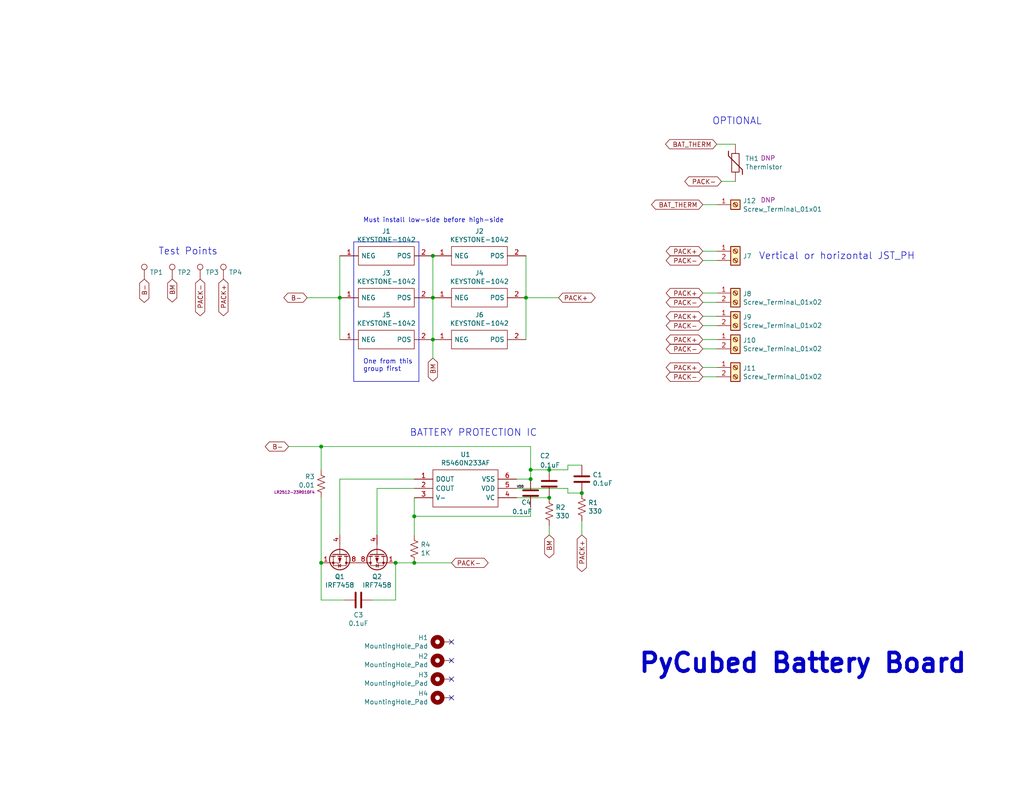
<source format=kicad_sch>
(kicad_sch (version 20230121) (generator eeschema)

  (uuid 7fd1c101-dd03-44e8-abf0-c7acd7a34cab)

  (paper "USLetter")

  (title_block
    (title "PyCubed Battery Board")
    (date "2021-03-07")
    (rev "v01b")
    (company "Max Holliday")
  )

  (lib_symbols
    (symbol "Connector:Screw_Terminal_01x01" (pin_names (offset 1.016) hide) (in_bom yes) (on_board yes)
      (property "Reference" "J" (at 0 2.54 0)
        (effects (font (size 1.27 1.27)))
      )
      (property "Value" "Screw_Terminal_01x01" (at 0 -2.54 0)
        (effects (font (size 1.27 1.27)))
      )
      (property "Footprint" "" (at 0 0 0)
        (effects (font (size 1.27 1.27)) hide)
      )
      (property "Datasheet" "~" (at 0 0 0)
        (effects (font (size 1.27 1.27)) hide)
      )
      (property "ki_keywords" "screw terminal" (at 0 0 0)
        (effects (font (size 1.27 1.27)) hide)
      )
      (property "ki_description" "Generic screw terminal, single row, 01x01, script generated (kicad-library-utils/schlib/autogen/connector/)" (at 0 0 0)
        (effects (font (size 1.27 1.27)) hide)
      )
      (property "ki_fp_filters" "TerminalBlock*:*" (at 0 0 0)
        (effects (font (size 1.27 1.27)) hide)
      )
      (symbol "Screw_Terminal_01x01_1_1"
        (rectangle (start -1.27 1.27) (end 1.27 -1.27)
          (stroke (width 0.254) (type default))
          (fill (type background))
        )
        (polyline
          (pts
            (xy -0.5334 0.3302)
            (xy 0.3302 -0.508)
          )
          (stroke (width 0.1524) (type default))
          (fill (type none))
        )
        (polyline
          (pts
            (xy -0.3556 0.508)
            (xy 0.508 -0.3302)
          )
          (stroke (width 0.1524) (type default))
          (fill (type none))
        )
        (circle (center 0 0) (radius 0.635)
          (stroke (width 0.1524) (type default))
          (fill (type none))
        )
        (pin passive line (at -5.08 0 0) (length 3.81)
          (name "Pin_1" (effects (font (size 1.27 1.27))))
          (number "1" (effects (font (size 1.27 1.27))))
        )
      )
    )
    (symbol "Connector:Screw_Terminal_01x02" (pin_names (offset 1.016) hide) (in_bom yes) (on_board yes)
      (property "Reference" "J" (at 0 2.54 0)
        (effects (font (size 1.27 1.27)))
      )
      (property "Value" "Screw_Terminal_01x02" (at 0 -5.08 0)
        (effects (font (size 1.27 1.27)))
      )
      (property "Footprint" "" (at 0 0 0)
        (effects (font (size 1.27 1.27)) hide)
      )
      (property "Datasheet" "~" (at 0 0 0)
        (effects (font (size 1.27 1.27)) hide)
      )
      (property "ki_keywords" "screw terminal" (at 0 0 0)
        (effects (font (size 1.27 1.27)) hide)
      )
      (property "ki_description" "Generic screw terminal, single row, 01x02, script generated (kicad-library-utils/schlib/autogen/connector/)" (at 0 0 0)
        (effects (font (size 1.27 1.27)) hide)
      )
      (property "ki_fp_filters" "TerminalBlock*:*" (at 0 0 0)
        (effects (font (size 1.27 1.27)) hide)
      )
      (symbol "Screw_Terminal_01x02_1_1"
        (rectangle (start -1.27 1.27) (end 1.27 -3.81)
          (stroke (width 0.254) (type default))
          (fill (type background))
        )
        (circle (center 0 -2.54) (radius 0.635)
          (stroke (width 0.1524) (type default))
          (fill (type none))
        )
        (polyline
          (pts
            (xy -0.5334 -2.2098)
            (xy 0.3302 -3.048)
          )
          (stroke (width 0.1524) (type default))
          (fill (type none))
        )
        (polyline
          (pts
            (xy -0.5334 0.3302)
            (xy 0.3302 -0.508)
          )
          (stroke (width 0.1524) (type default))
          (fill (type none))
        )
        (polyline
          (pts
            (xy -0.3556 -2.032)
            (xy 0.508 -2.8702)
          )
          (stroke (width 0.1524) (type default))
          (fill (type none))
        )
        (polyline
          (pts
            (xy -0.3556 0.508)
            (xy 0.508 -0.3302)
          )
          (stroke (width 0.1524) (type default))
          (fill (type none))
        )
        (circle (center 0 0) (radius 0.635)
          (stroke (width 0.1524) (type default))
          (fill (type none))
        )
        (pin passive line (at -5.08 0 0) (length 3.81)
          (name "Pin_1" (effects (font (size 1.27 1.27))))
          (number "1" (effects (font (size 1.27 1.27))))
        )
        (pin passive line (at -5.08 -2.54 0) (length 3.81)
          (name "Pin_2" (effects (font (size 1.27 1.27))))
          (number "2" (effects (font (size 1.27 1.27))))
        )
      )
    )
    (symbol "Connector:TestPoint" (pin_numbers hide) (pin_names (offset 0.762) hide) (in_bom yes) (on_board yes)
      (property "Reference" "TP" (at 0 6.858 0)
        (effects (font (size 1.27 1.27)))
      )
      (property "Value" "TestPoint" (at 0 5.08 0)
        (effects (font (size 1.27 1.27)))
      )
      (property "Footprint" "" (at 5.08 0 0)
        (effects (font (size 1.27 1.27)) hide)
      )
      (property "Datasheet" "~" (at 5.08 0 0)
        (effects (font (size 1.27 1.27)) hide)
      )
      (property "ki_keywords" "test point tp" (at 0 0 0)
        (effects (font (size 1.27 1.27)) hide)
      )
      (property "ki_description" "test point" (at 0 0 0)
        (effects (font (size 1.27 1.27)) hide)
      )
      (property "ki_fp_filters" "Pin* Test*" (at 0 0 0)
        (effects (font (size 1.27 1.27)) hide)
      )
      (symbol "TestPoint_0_1"
        (circle (center 0 3.302) (radius 0.762)
          (stroke (width 0) (type default))
          (fill (type none))
        )
      )
      (symbol "TestPoint_1_1"
        (pin passive line (at 0 0 90) (length 2.54)
          (name "1" (effects (font (size 1.27 1.27))))
          (number "1" (effects (font (size 1.27 1.27))))
        )
      )
    )
    (symbol "Device:C" (pin_numbers hide) (pin_names (offset 0.254)) (in_bom yes) (on_board yes)
      (property "Reference" "C" (at 0.635 2.54 0)
        (effects (font (size 1.27 1.27)) (justify left))
      )
      (property "Value" "C" (at 0.635 -2.54 0)
        (effects (font (size 1.27 1.27)) (justify left))
      )
      (property "Footprint" "" (at 0.9652 -3.81 0)
        (effects (font (size 1.27 1.27)) hide)
      )
      (property "Datasheet" "~" (at 0 0 0)
        (effects (font (size 1.27 1.27)) hide)
      )
      (property "ki_keywords" "cap capacitor" (at 0 0 0)
        (effects (font (size 1.27 1.27)) hide)
      )
      (property "ki_description" "Unpolarized capacitor" (at 0 0 0)
        (effects (font (size 1.27 1.27)) hide)
      )
      (property "ki_fp_filters" "C_*" (at 0 0 0)
        (effects (font (size 1.27 1.27)) hide)
      )
      (symbol "C_0_1"
        (polyline
          (pts
            (xy -2.032 -0.762)
            (xy 2.032 -0.762)
          )
          (stroke (width 0.508) (type default))
          (fill (type none))
        )
        (polyline
          (pts
            (xy -2.032 0.762)
            (xy 2.032 0.762)
          )
          (stroke (width 0.508) (type default))
          (fill (type none))
        )
      )
      (symbol "C_1_1"
        (pin passive line (at 0 3.81 270) (length 2.794)
          (name "~" (effects (font (size 1.27 1.27))))
          (number "1" (effects (font (size 1.27 1.27))))
        )
        (pin passive line (at 0 -3.81 90) (length 2.794)
          (name "~" (effects (font (size 1.27 1.27))))
          (number "2" (effects (font (size 1.27 1.27))))
        )
      )
    )
    (symbol "Device:R_US" (pin_numbers hide) (pin_names (offset 0)) (in_bom yes) (on_board yes)
      (property "Reference" "R" (at 2.54 0 90)
        (effects (font (size 1.27 1.27)))
      )
      (property "Value" "R_US" (at -2.54 0 90)
        (effects (font (size 1.27 1.27)))
      )
      (property "Footprint" "" (at 1.016 -0.254 90)
        (effects (font (size 1.27 1.27)) hide)
      )
      (property "Datasheet" "~" (at 0 0 0)
        (effects (font (size 1.27 1.27)) hide)
      )
      (property "ki_keywords" "R res resistor" (at 0 0 0)
        (effects (font (size 1.27 1.27)) hide)
      )
      (property "ki_description" "Resistor, US symbol" (at 0 0 0)
        (effects (font (size 1.27 1.27)) hide)
      )
      (property "ki_fp_filters" "R_*" (at 0 0 0)
        (effects (font (size 1.27 1.27)) hide)
      )
      (symbol "R_US_0_1"
        (polyline
          (pts
            (xy 0 -2.286)
            (xy 0 -2.54)
          )
          (stroke (width 0) (type default))
          (fill (type none))
        )
        (polyline
          (pts
            (xy 0 2.286)
            (xy 0 2.54)
          )
          (stroke (width 0) (type default))
          (fill (type none))
        )
        (polyline
          (pts
            (xy 0 -0.762)
            (xy 1.016 -1.143)
            (xy 0 -1.524)
            (xy -1.016 -1.905)
            (xy 0 -2.286)
          )
          (stroke (width 0) (type default))
          (fill (type none))
        )
        (polyline
          (pts
            (xy 0 0.762)
            (xy 1.016 0.381)
            (xy 0 0)
            (xy -1.016 -0.381)
            (xy 0 -0.762)
          )
          (stroke (width 0) (type default))
          (fill (type none))
        )
        (polyline
          (pts
            (xy 0 2.286)
            (xy 1.016 1.905)
            (xy 0 1.524)
            (xy -1.016 1.143)
            (xy 0 0.762)
          )
          (stroke (width 0) (type default))
          (fill (type none))
        )
      )
      (symbol "R_US_1_1"
        (pin passive line (at 0 3.81 270) (length 1.27)
          (name "~" (effects (font (size 1.27 1.27))))
          (number "1" (effects (font (size 1.27 1.27))))
        )
        (pin passive line (at 0 -3.81 90) (length 1.27)
          (name "~" (effects (font (size 1.27 1.27))))
          (number "2" (effects (font (size 1.27 1.27))))
        )
      )
    )
    (symbol "Device:Thermistor" (pin_numbers hide) (pin_names (offset 0)) (in_bom yes) (on_board yes)
      (property "Reference" "TH" (at 2.54 1.27 90)
        (effects (font (size 1.27 1.27)))
      )
      (property "Value" "Thermistor" (at -2.54 0 90)
        (effects (font (size 1.27 1.27)) (justify bottom))
      )
      (property "Footprint" "" (at 0 0 0)
        (effects (font (size 1.27 1.27)) hide)
      )
      (property "Datasheet" "~" (at 0 0 0)
        (effects (font (size 1.27 1.27)) hide)
      )
      (property "ki_keywords" "R res thermistor" (at 0 0 0)
        (effects (font (size 1.27 1.27)) hide)
      )
      (property "ki_description" "Temperature dependent resistor" (at 0 0 0)
        (effects (font (size 1.27 1.27)) hide)
      )
      (property "ki_fp_filters" "R_*" (at 0 0 0)
        (effects (font (size 1.27 1.27)) hide)
      )
      (symbol "Thermistor_0_1"
        (rectangle (start -1.016 2.54) (end 1.016 -2.54)
          (stroke (width 0.2032) (type default))
          (fill (type none))
        )
        (polyline
          (pts
            (xy -1.905 3.175)
            (xy -1.905 1.905)
            (xy 1.905 -1.905)
            (xy 1.905 -3.175)
            (xy 1.905 -3.175)
          )
          (stroke (width 0.254) (type default))
          (fill (type none))
        )
      )
      (symbol "Thermistor_1_1"
        (pin passive line (at 0 5.08 270) (length 2.54)
          (name "~" (effects (font (size 1.27 1.27))))
          (number "1" (effects (font (size 1.27 1.27))))
        )
        (pin passive line (at 0 -5.08 90) (length 2.54)
          (name "~" (effects (font (size 1.27 1.27))))
          (number "2" (effects (font (size 1.27 1.27))))
        )
      )
    )
    (symbol "Mechanical:MountingHole_Pad" (pin_numbers hide) (pin_names (offset 1.016) hide) (in_bom yes) (on_board yes)
      (property "Reference" "H" (at 0 6.35 0)
        (effects (font (size 1.27 1.27)))
      )
      (property "Value" "MountingHole_Pad" (at 0 4.445 0)
        (effects (font (size 1.27 1.27)))
      )
      (property "Footprint" "" (at 0 0 0)
        (effects (font (size 1.27 1.27)) hide)
      )
      (property "Datasheet" "~" (at 0 0 0)
        (effects (font (size 1.27 1.27)) hide)
      )
      (property "ki_keywords" "mounting hole" (at 0 0 0)
        (effects (font (size 1.27 1.27)) hide)
      )
      (property "ki_description" "Mounting Hole with connection" (at 0 0 0)
        (effects (font (size 1.27 1.27)) hide)
      )
      (property "ki_fp_filters" "MountingHole*Pad*" (at 0 0 0)
        (effects (font (size 1.27 1.27)) hide)
      )
      (symbol "MountingHole_Pad_0_1"
        (circle (center 0 1.27) (radius 1.27)
          (stroke (width 1.27) (type default))
          (fill (type none))
        )
      )
      (symbol "MountingHole_Pad_1_1"
        (pin input line (at 0 -2.54 90) (length 2.54)
          (name "1" (effects (font (size 1.27 1.27))))
          (number "1" (effects (font (size 1.27 1.27))))
        )
      )
    )
    (symbol "Transistor_FET:IRF7404" (pin_names hide) (in_bom yes) (on_board yes)
      (property "Reference" "Q" (at 5.08 1.905 0)
        (effects (font (size 1.27 1.27)) (justify left))
      )
      (property "Value" "IRF7404" (at 5.08 0 0)
        (effects (font (size 1.27 1.27)) (justify left))
      )
      (property "Footprint" "Package_SO:SOIC-8_3.9x4.9mm_P1.27mm" (at 5.08 -1.905 0)
        (effects (font (size 1.27 1.27) italic) (justify left) hide)
      )
      (property "Datasheet" "http://www.infineon.com/dgdl/irf7404.pdf?fileId=5546d462533600a4015355fa2b5b1b9e" (at 0 0 90)
        (effects (font (size 1.27 1.27)) (justify left) hide)
      )
      (property "ki_keywords" "P-Channel MOSFET" (at 0 0 0)
        (effects (font (size 1.27 1.27)) hide)
      )
      (property "ki_description" "-6.7A Id, -20V Vds, P-Channel HEXFET Power MOSFET, SO-8" (at 0 0 0)
        (effects (font (size 1.27 1.27)) hide)
      )
      (property "ki_fp_filters" "SOIC*3.9x4.9mm*P1.27mm*" (at 0 0 0)
        (effects (font (size 1.27 1.27)) hide)
      )
      (symbol "IRF7404_0_1"
        (polyline
          (pts
            (xy 0.254 0)
            (xy -2.54 0)
          )
          (stroke (width 0) (type default))
          (fill (type none))
        )
        (polyline
          (pts
            (xy 0.254 1.905)
            (xy 0.254 -1.905)
          )
          (stroke (width 0.254) (type default))
          (fill (type none))
        )
        (polyline
          (pts
            (xy 0.762 -1.27)
            (xy 0.762 -2.286)
          )
          (stroke (width 0.254) (type default))
          (fill (type none))
        )
        (polyline
          (pts
            (xy 0.762 0.508)
            (xy 0.762 -0.508)
          )
          (stroke (width 0.254) (type default))
          (fill (type none))
        )
        (polyline
          (pts
            (xy 0.762 2.286)
            (xy 0.762 1.27)
          )
          (stroke (width 0.254) (type default))
          (fill (type none))
        )
        (polyline
          (pts
            (xy 2.54 2.54)
            (xy 2.54 1.778)
          )
          (stroke (width 0) (type default))
          (fill (type none))
        )
        (polyline
          (pts
            (xy 2.54 -2.54)
            (xy 2.54 0)
            (xy 0.762 0)
          )
          (stroke (width 0) (type default))
          (fill (type none))
        )
        (polyline
          (pts
            (xy 0.762 1.778)
            (xy 3.302 1.778)
            (xy 3.302 -1.778)
            (xy 0.762 -1.778)
          )
          (stroke (width 0) (type default))
          (fill (type none))
        )
        (polyline
          (pts
            (xy 2.286 0)
            (xy 1.27 0.381)
            (xy 1.27 -0.381)
            (xy 2.286 0)
          )
          (stroke (width 0) (type default))
          (fill (type outline))
        )
        (polyline
          (pts
            (xy 2.794 -0.508)
            (xy 2.921 -0.381)
            (xy 3.683 -0.381)
            (xy 3.81 -0.254)
          )
          (stroke (width 0) (type default))
          (fill (type none))
        )
        (polyline
          (pts
            (xy 3.302 -0.381)
            (xy 2.921 0.254)
            (xy 3.683 0.254)
            (xy 3.302 -0.381)
          )
          (stroke (width 0) (type default))
          (fill (type none))
        )
        (circle (center 1.651 0) (radius 2.794)
          (stroke (width 0.254) (type default))
          (fill (type none))
        )
        (circle (center 2.54 -1.778) (radius 0.254)
          (stroke (width 0) (type default))
          (fill (type outline))
        )
        (circle (center 2.54 1.778) (radius 0.254)
          (stroke (width 0) (type default))
          (fill (type outline))
        )
      )
      (symbol "IRF7404_1_1"
        (pin passive line (at 2.54 -5.08 90) (length 2.54)
          (name "S" (effects (font (size 1.27 1.27))))
          (number "1" (effects (font (size 1.27 1.27))))
        )
        (pin passive line (at 2.54 -5.08 90) (length 2.54) hide
          (name "S" (effects (font (size 1.27 1.27))))
          (number "2" (effects (font (size 1.27 1.27))))
        )
        (pin passive line (at 2.54 -5.08 90) (length 2.54) hide
          (name "S" (effects (font (size 1.27 1.27))))
          (number "3" (effects (font (size 1.27 1.27))))
        )
        (pin passive line (at -5.08 0 0) (length 2.54)
          (name "G" (effects (font (size 1.27 1.27))))
          (number "4" (effects (font (size 1.27 1.27))))
        )
        (pin passive line (at 2.54 5.08 270) (length 2.54) hide
          (name "D" (effects (font (size 1.27 1.27))))
          (number "5" (effects (font (size 1.27 1.27))))
        )
        (pin passive line (at 2.54 5.08 270) (length 2.54) hide
          (name "D" (effects (font (size 1.27 1.27))))
          (number "6" (effects (font (size 1.27 1.27))))
        )
        (pin passive line (at 2.54 5.08 270) (length 2.54) hide
          (name "D" (effects (font (size 1.27 1.27))))
          (number "7" (effects (font (size 1.27 1.27))))
        )
        (pin passive line (at 2.54 5.08 270) (length 2.54)
          (name "D" (effects (font (size 1.27 1.27))))
          (number "8" (effects (font (size 1.27 1.27))))
        )
      )
    )
    (symbol "batteryboard-rescue:1042-symbols" (pin_names (offset 0.762)) (in_bom yes) (on_board yes)
      (property "Reference" "J" (at 11.43 6.35 0)
        (effects (font (size 1.27 1.27)) (justify left))
      )
      (property "Value" "1042-symbols" (at 10.16 3.81 0)
        (effects (font (size 1.27 1.27)) (justify left))
      )
      (property "Footprint" "custom-footprints:KEYSTONE-1042" (at 21.59 2.54 0)
        (effects (font (size 1.27 1.27)) (justify left) hide)
      )
      (property "Datasheet" "" (at 21.59 0 0)
        (effects (font (size 1.27 1.27)) (justify left) hide)
      )
      (property "Description" "Cylindrical Battery Contacts, Clips, Holders & Springs 18650 S/M PC BATTERY HOLDER" (at 21.59 -2.54 0)
        (effects (font (size 1.27 1.27)) (justify left) hide)
      )
      (property "Manufacturer_Name" "Keystone Electronics" (at 21.59 -7.62 0)
        (effects (font (size 1.27 1.27)) (justify left) hide)
      )
      (property "Manufacturer_Part_Number" "1042" (at 21.59 -10.16 0)
        (effects (font (size 1.27 1.27)) (justify left) hide)
      )
      (property "Mouser Part Number" "534-1042" (at 21.59 -12.7 0)
        (effects (font (size 1.27 1.27)) (justify left) hide)
      )
      (property "Mouser Price/Stock" "https://www.mouser.com/Search/Refine.aspx?Keyword=534-1042" (at 21.59 -15.24 0)
        (effects (font (size 1.27 1.27)) (justify left) hide)
      )
      (symbol "1042-symbols_0_0"
        (pin unspecified line (at 0 0 0) (length 5.08)
          (name "NEG" (effects (font (size 1.27 1.27))))
          (number "1" (effects (font (size 1.27 1.27))))
        )
        (pin unspecified line (at 25.4 0 180) (length 5.08)
          (name "POS" (effects (font (size 1.27 1.27))))
          (number "2" (effects (font (size 1.27 1.27))))
        )
      )
      (symbol "1042-symbols_0_1"
        (polyline
          (pts
            (xy 5.08 2.54)
            (xy 20.32 2.54)
            (xy 20.32 -2.54)
            (xy 5.08 -2.54)
            (xy 5.08 2.54)
          )
          (stroke (width 0.1524) (type solid))
          (fill (type none))
        )
      )
    )
    (symbol "batteryboard-rescue:R5460N233AF-symbols" (pin_names (offset 0.762)) (in_bom yes) (on_board yes)
      (property "Reference" "U" (at 12.7 3.81 0)
        (effects (font (size 1.27 1.27)) (justify left))
      )
      (property "Value" "R5460N233AF-symbols" (at 7.62 -8.89 0)
        (effects (font (size 1.27 1.27)) (justify left))
      )
      (property "Footprint" "SOT95P280X130-6N" (at 24.13 2.54 0)
        (effects (font (size 1.27 1.27)) (justify left) hide)
      )
      (property "Datasheet" "http://www.mouser.com/datasheet/2/792/r5460-e-1085730.pdf" (at 24.13 0 0)
        (effects (font (size 1.27 1.27)) (justify left) hide)
      )
      (property "Description" "Battery Management 2-Cell Li-ion Protection IC" (at 24.13 -2.54 0)
        (effects (font (size 1.27 1.27)) (justify left) hide)
      )
      (property "Height" "1.3" (at 24.13 -5.08 0)
        (effects (font (size 1.27 1.27)) (justify left) hide)
      )
      (property "Manufacturer_Name" "Ricoh Electronic Devices Company" (at 24.13 -7.62 0)
        (effects (font (size 1.27 1.27)) (justify left) hide)
      )
      (property "Manufacturer_Part_Number" "R5460N233AF-TR-FE" (at 24.13 -10.16 0)
        (effects (font (size 1.27 1.27)) (justify left) hide)
      )
      (property "Mouser Part Number" "848-R5460N233AFTRFE" (at 24.13 -12.7 0)
        (effects (font (size 1.27 1.27)) (justify left) hide)
      )
      (property "Mouser Price/Stock" "https://www.mouser.com/Search/Refine.aspx?Keyword=848-R5460N233AFTRFE" (at 24.13 -15.24 0)
        (effects (font (size 1.27 1.27)) (justify left) hide)
      )
      (symbol "R5460N233AF-symbols_0_0"
        (pin unspecified line (at 0 0 0) (length 5.08)
          (name "DOUT" (effects (font (size 1.27 1.27))))
          (number "1" (effects (font (size 1.27 1.27))))
        )
        (pin unspecified line (at 0 -2.54 0) (length 5.08)
          (name "COUT" (effects (font (size 1.27 1.27))))
          (number "2" (effects (font (size 1.27 1.27))))
        )
        (pin unspecified line (at 0 -5.08 0) (length 5.08)
          (name "V-" (effects (font (size 1.27 1.27))))
          (number "3" (effects (font (size 1.27 1.27))))
        )
        (pin unspecified line (at 27.94 -5.08 180) (length 5.08)
          (name "VC" (effects (font (size 1.27 1.27))))
          (number "4" (effects (font (size 1.27 1.27))))
        )
        (pin unspecified line (at 27.94 -2.54 180) (length 5.08)
          (name "VDD" (effects (font (size 1.27 1.27))))
          (number "5" (effects (font (size 1.27 1.27))))
        )
        (pin unspecified line (at 27.94 0 180) (length 5.08)
          (name "VSS" (effects (font (size 1.27 1.27))))
          (number "6" (effects (font (size 1.27 1.27))))
        )
      )
      (symbol "R5460N233AF-symbols_0_1"
        (polyline
          (pts
            (xy 5.08 2.54)
            (xy 22.86 2.54)
            (xy 22.86 -7.62)
            (xy 5.08 -7.62)
            (xy 5.08 2.54)
          )
          (stroke (width 0.1524) (type solid))
          (fill (type none))
        )
      )
    )
  )

  (junction (at 87.63 153.67) (diameter 0) (color 0 0 0 0)
    (uuid 245e50bd-9218-4e93-b47e-bffa15ea68e9)
  )
  (junction (at 113.03 153.67) (diameter 0) (color 0 0 0 0)
    (uuid 33d9d709-4a5f-446a-825a-7a3c420657d8)
  )
  (junction (at 107.95 153.67) (diameter 0) (color 0 0 0 0)
    (uuid 3a4be011-b3c3-4be9-9611-eafd8888e091)
  )
  (junction (at 118.11 92.71) (diameter 0) (color 0 0 0 0)
    (uuid 5e7ec8ad-448a-4a52-9c4d-a23b6ca590ad)
  )
  (junction (at 158.75 134.62) (diameter 0) (color 0 0 0 0)
    (uuid 60bc760d-76ae-4dda-ae0b-39711d82877e)
  )
  (junction (at 87.63 121.92) (diameter 0) (color 0 0 0 0)
    (uuid 69c57b66-65f1-4892-92e2-3beed0d01f52)
  )
  (junction (at 149.86 135.89) (diameter 0) (color 0 0 0 0)
    (uuid 89bc25ba-bcdd-4db3-a001-82af8800b5a2)
  )
  (junction (at 92.71 81.28) (diameter 0) (color 0 0 0 0)
    (uuid 8f683e46-138d-4070-88eb-f8b8134a2803)
  )
  (junction (at 118.11 81.28) (diameter 0) (color 0 0 0 0)
    (uuid a765442a-cd1c-4dec-81a8-5fddb5cd4d5c)
  )
  (junction (at 149.86 128.27) (diameter 0) (color 0 0 0 0)
    (uuid d90fd686-5f10-4a01-907f-156c7787b047)
  )
  (junction (at 113.03 140.97) (diameter 0) (color 0 0 0 0)
    (uuid db95113b-ddc9-4185-baaf-54d3bd6a50b4)
  )
  (junction (at 118.11 69.85) (diameter 0) (color 0 0 0 0)
    (uuid e3d9c4eb-7775-45d6-aaa0-174a747cecbf)
  )
  (junction (at 143.51 81.28) (diameter 0) (color 0 0 0 0)
    (uuid eec103e8-b209-40cd-b51c-080fcf6de5cf)
  )
  (junction (at 144.78 128.27) (diameter 0) (color 0 0 0 0)
    (uuid f0194803-cb7f-4dec-8038-2de4410c8582)
  )
  (junction (at 144.78 130.81) (diameter 0) (color 0 0 0 0)
    (uuid fc5b71ca-e059-45c8-9bf2-81399769857e)
  )

  (no_connect (at 123.19 180.34) (uuid 11fb8a38-55db-4053-b66b-71bb4a407dc2))
  (no_connect (at 123.19 185.42) (uuid 1e12d30a-cda4-44ad-b641-c8a39bd7de6b))
  (no_connect (at 123.19 190.5) (uuid f85f788a-6e3e-477c-a949-2091d1dcca80))
  (no_connect (at 123.19 175.26) (uuid f8602998-5ea2-46a6-bc21-764d410641ac))

  (wire (pts (xy 144.78 128.27) (xy 144.78 121.92))
    (stroke (width 0) (type default))
    (uuid 022e6a12-2216-4e22-ac3c-d6a3705401c5)
  )
  (wire (pts (xy 92.71 146.05) (xy 92.71 130.81))
    (stroke (width 0) (type default))
    (uuid 052cf2fe-9379-4e68-b93f-d6a9e0dcebcf)
  )
  (wire (pts (xy 107.95 153.67) (xy 113.03 153.67))
    (stroke (width 0) (type default))
    (uuid 09337426-c730-4d3e-a5c7-28615e769b7d)
  )
  (wire (pts (xy 191.77 95.25) (xy 195.58 95.25))
    (stroke (width 0) (type default))
    (uuid 0ccbba6f-96fa-4035-8609-31a9fea5dc31)
  )
  (wire (pts (xy 118.11 92.71) (xy 118.11 97.79))
    (stroke (width 0) (type default))
    (uuid 0d72e05f-49a9-408b-8f66-870f08c79276)
  )
  (wire (pts (xy 195.58 39.37) (xy 200.66 39.37))
    (stroke (width 0) (type default))
    (uuid 0fdb7b62-ebf2-4713-96a8-fa80f59f1bef)
  )
  (wire (pts (xy 196.85 49.53) (xy 200.66 49.53))
    (stroke (width 0) (type default))
    (uuid 1b420c70-29af-4d91-9f6d-707646aa04bd)
  )
  (wire (pts (xy 144.78 121.92) (xy 87.63 121.92))
    (stroke (width 0) (type default))
    (uuid 210b7cf4-5284-4588-9709-e19492c4a6a5)
  )
  (wire (pts (xy 140.97 130.81) (xy 144.78 130.81))
    (stroke (width 0) (type default))
    (uuid 29a1e36e-ceac-4151-9b56-4dda50ee6d72)
  )
  (polyline (pts (xy 114.3 104.14) (xy 96.52 104.14))
    (stroke (width 0) (type default))
    (uuid 2aea4885-0f55-4f42-8cf5-716527b37a0a)
  )

  (wire (pts (xy 154.94 127) (xy 158.75 127))
    (stroke (width 0) (type default))
    (uuid 2d22c444-9221-4d61-ab5b-711a903da844)
  )
  (wire (pts (xy 154.94 133.35) (xy 154.94 134.62))
    (stroke (width 0) (type default))
    (uuid 2df9d09e-1ec1-4f66-bcc2-bc7a8e38ff7e)
  )
  (wire (pts (xy 92.71 92.71) (xy 92.71 81.28))
    (stroke (width 0) (type default))
    (uuid 3e42ddc4-59a4-495d-9c4f-b2f5c1be38d5)
  )
  (wire (pts (xy 144.78 138.43) (xy 144.78 140.97))
    (stroke (width 0) (type default))
    (uuid 43308a50-2b69-4375-b85c-c6f2999ea2eb)
  )
  (polyline (pts (xy 96.52 104.14) (xy 96.52 66.04))
    (stroke (width 0) (type default))
    (uuid 47100870-9ac9-41dd-ab44-f107b332fc5b)
  )

  (wire (pts (xy 140.97 135.89) (xy 149.86 135.89))
    (stroke (width 0) (type default))
    (uuid 4ee81137-8a59-4431-b12a-9869549b3c58)
  )
  (wire (pts (xy 102.87 133.35) (xy 113.03 133.35))
    (stroke (width 0) (type default))
    (uuid 58c4e358-1b4d-412e-9b44-35017760b56f)
  )
  (wire (pts (xy 102.87 133.35) (xy 102.87 146.05))
    (stroke (width 0) (type default))
    (uuid 58edae55-b403-4add-ac82-6abfb76c733b)
  )
  (wire (pts (xy 101.6 163.83) (xy 107.95 163.83))
    (stroke (width 0) (type default))
    (uuid 6b513130-76d0-46b6-ada4-e36f4ab63bc0)
  )
  (wire (pts (xy 123.19 153.67) (xy 113.03 153.67))
    (stroke (width 0) (type default))
    (uuid 6f1a3561-726a-4ce5-96e8-cfa92cb06344)
  )
  (wire (pts (xy 87.63 163.83) (xy 87.63 153.67))
    (stroke (width 0) (type default))
    (uuid 70522de9-25c8-477c-9786-abd0a03043a4)
  )
  (polyline (pts (xy 96.52 66.04) (xy 114.3 66.04))
    (stroke (width 0) (type default))
    (uuid 7505ffe1-31b2-4e92-b7ee-e53f2af49e24)
  )

  (wire (pts (xy 191.77 68.58) (xy 195.58 68.58))
    (stroke (width 0) (type default))
    (uuid 753c88b8-a73e-4b1d-9d1c-820bf66c79fb)
  )
  (wire (pts (xy 118.11 69.85) (xy 118.11 81.28))
    (stroke (width 0) (type default))
    (uuid 76549ed9-4fc3-4ea6-9e1f-4ae35f5d2aba)
  )
  (wire (pts (xy 92.71 130.81) (xy 113.03 130.81))
    (stroke (width 0) (type default))
    (uuid 7a653fa5-8b7e-4553-8503-1954c5f3285f)
  )
  (wire (pts (xy 87.63 121.92) (xy 78.74 121.92))
    (stroke (width 0) (type default))
    (uuid 7a83813e-d43c-4c49-aaff-b2505a54a2ff)
  )
  (wire (pts (xy 113.03 140.97) (xy 113.03 135.89))
    (stroke (width 0) (type default))
    (uuid 7c1ae665-3d7e-46d7-bb9a-aed04a1425af)
  )
  (wire (pts (xy 118.11 81.28) (xy 118.11 92.71))
    (stroke (width 0) (type default))
    (uuid 84ce24b5-07a0-40de-ba93-098d172d5edf)
  )
  (wire (pts (xy 140.97 133.35) (xy 154.94 133.35))
    (stroke (width 0) (type default))
    (uuid 8f8a74d9-1ace-499b-aa9a-2e4961ebccd8)
  )
  (wire (pts (xy 92.71 81.28) (xy 83.82 81.28))
    (stroke (width 0) (type default))
    (uuid 9be88e20-d5aa-4f79-9150-ff1d4bd6b7cd)
  )
  (wire (pts (xy 143.51 81.28) (xy 143.51 69.85))
    (stroke (width 0) (type default))
    (uuid 9d4194b9-5dc5-4500-b243-90d29dbe0675)
  )
  (wire (pts (xy 191.77 71.12) (xy 195.58 71.12))
    (stroke (width 0) (type default))
    (uuid 9f5e5360-4391-4833-8516-a8f3cdbe2054)
  )
  (wire (pts (xy 191.77 86.36) (xy 195.58 86.36))
    (stroke (width 0) (type default))
    (uuid a242bdc7-da34-4bc2-9c95-bc020f653b9f)
  )
  (wire (pts (xy 87.63 153.67) (xy 87.63 135.89))
    (stroke (width 0) (type default))
    (uuid a35298eb-0890-4037-b0cb-509e79f98a36)
  )
  (wire (pts (xy 149.86 146.05) (xy 149.86 143.51))
    (stroke (width 0) (type default))
    (uuid a52cfb08-3923-45d5-b7df-e8d68b5a80ae)
  )
  (wire (pts (xy 92.71 81.28) (xy 92.71 69.85))
    (stroke (width 0) (type default))
    (uuid a7191445-3a65-464d-9a37-9683a85ee8e7)
  )
  (wire (pts (xy 107.95 163.83) (xy 107.95 153.67))
    (stroke (width 0) (type default))
    (uuid aeced121-99cd-4080-8b97-619f1ef43612)
  )
  (wire (pts (xy 93.98 163.83) (xy 87.63 163.83))
    (stroke (width 0) (type default))
    (uuid af16fd90-be83-4cf4-8266-eea506868e74)
  )
  (wire (pts (xy 149.86 128.27) (xy 154.94 128.27))
    (stroke (width 0) (type default))
    (uuid af5675a6-2085-4199-a62f-2c8004f4ed85)
  )
  (wire (pts (xy 191.77 80.01) (xy 195.58 80.01))
    (stroke (width 0) (type default))
    (uuid b2315846-416e-43f7-9c66-0cf2db6a2f51)
  )
  (wire (pts (xy 191.77 92.71) (xy 195.58 92.71))
    (stroke (width 0) (type default))
    (uuid b773d17a-a1b2-4012-bb24-97335769c2d1)
  )
  (wire (pts (xy 154.94 128.27) (xy 154.94 127))
    (stroke (width 0) (type default))
    (uuid ba612de4-e959-4311-8530-b6d96cfdadf8)
  )
  (wire (pts (xy 158.75 146.05) (xy 158.75 142.24))
    (stroke (width 0) (type default))
    (uuid bbc044b8-efc3-406a-93b7-d13ca9cf08d9)
  )
  (wire (pts (xy 154.94 134.62) (xy 158.75 134.62))
    (stroke (width 0) (type default))
    (uuid be36fa7d-18b2-4485-99a1-6762804a56fa)
  )
  (wire (pts (xy 191.77 100.33) (xy 195.58 100.33))
    (stroke (width 0) (type default))
    (uuid c24c47e1-9b2a-4da3-bd42-365f445bc5fd)
  )
  (wire (pts (xy 143.51 81.28) (xy 152.4 81.28))
    (stroke (width 0) (type default))
    (uuid c4817e85-4494-468d-8bb8-14d9b1889a3b)
  )
  (wire (pts (xy 144.78 128.27) (xy 149.86 128.27))
    (stroke (width 0) (type default))
    (uuid ccdfa3e5-eb63-41e8-8a3a-534bbe0e26f3)
  )
  (wire (pts (xy 144.78 128.27) (xy 144.78 130.81))
    (stroke (width 0) (type default))
    (uuid ce6cba17-8efe-42dd-918e-84317a705054)
  )
  (polyline (pts (xy 114.3 66.04) (xy 114.3 104.14))
    (stroke (width 0) (type default))
    (uuid cfb16291-6093-4006-af84-b71a910c6d20)
  )

  (wire (pts (xy 191.77 82.55) (xy 195.58 82.55))
    (stroke (width 0) (type default))
    (uuid d336089b-7d07-4185-b2e8-d9a2e0c717e5)
  )
  (wire (pts (xy 87.63 121.92) (xy 87.63 128.27))
    (stroke (width 0) (type default))
    (uuid da0cf9e8-e67f-4b9a-a6dd-b2cfd3c60991)
  )
  (wire (pts (xy 191.77 55.88) (xy 195.58 55.88))
    (stroke (width 0) (type default))
    (uuid e5d971eb-d1b3-47fb-a544-f912b4c1bef5)
  )
  (wire (pts (xy 113.03 146.05) (xy 113.03 140.97))
    (stroke (width 0) (type default))
    (uuid e7fb28ec-b589-4484-87d2-7c175eb0459b)
  )
  (wire (pts (xy 144.78 140.97) (xy 113.03 140.97))
    (stroke (width 0) (type default))
    (uuid e8072b4b-8073-4110-9c1a-254ae1b2d2ab)
  )
  (wire (pts (xy 191.77 102.87) (xy 195.58 102.87))
    (stroke (width 0) (type default))
    (uuid edc636d1-7402-4b03-aa78-1ff9f3db44cd)
  )
  (wire (pts (xy 191.77 88.9) (xy 195.58 88.9))
    (stroke (width 0) (type default))
    (uuid f70b655f-9107-4047-9401-5399b3a28c7b)
  )
  (wire (pts (xy 143.51 92.71) (xy 143.51 81.28))
    (stroke (width 0) (type default))
    (uuid fed47346-8a62-4409-b270-1ebf03e7e5eb)
  )

  (text "Vertical or horizontal JST_PH" (at 207.01 71.12 0)
    (effects (font (size 1.905 1.905)) (justify left bottom))
    (uuid 201402ba-d319-4178-8247-a77b9bbf94a7)
  )
  (text "OPTIONAL" (at 194.31 34.29 0)
    (effects (font (size 1.905 1.905)) (justify left bottom))
    (uuid 2854001e-68fa-420a-957b-99a4582bd828)
  )
  (text "BATTERY PROTECTION IC" (at 111.76 119.38 0)
    (effects (font (size 1.905 1.905)) (justify left bottom))
    (uuid 3ab0d9c8-d7ae-4fe9-a16a-2bc613da831d)
  )
  (text "Must install low-side before high-side" (at 99.06 60.96 0)
    (effects (font (size 1.27 1.27)) (justify left bottom))
    (uuid 93466b7f-fe51-4e9a-87d0-14abd0acf124)
  )
  (text "PyCubed Battery Board" (at 173.99 184.15 0)
    (effects (font (size 5.08 5.08) (thickness 1.016) bold) (justify left bottom))
    (uuid a5417ac7-a43c-4eca-9f3f-62e7db0793be)
  )
  (text "Test Points" (at 43.18 69.85 0)
    (effects (font (size 1.905 1.905)) (justify left bottom))
    (uuid b4c4165a-ccdc-45f1-abf8-b43377b05ad9)
  )
  (text "One from this \ngroup first" (at 99.06 101.6 0)
    (effects (font (size 1.27 1.27)) (justify left bottom))
    (uuid f12003e2-98dc-4471-af5f-4823b51a2cd0)
  )

  (label "VDD" (at 140.97 133.35 0)
    (effects (font (size 0.635 0.635)) (justify left bottom))
    (uuid 24ac03d7-bd70-423c-8a42-fe1a2bb37e8d)
  )

  (global_label "PACK-" (shape bidirectional) (at 123.19 153.67 0)
    (effects (font (size 1.27 1.27)) (justify left))
    (uuid 0f398e5c-0414-4aa2-92e9-916384e87331)
    (property "Intersheetrefs" "${INTERSHEET_REFS}" (at 123.19 153.67 0)
      (effects (font (size 1.27 1.27)) hide)
    )
  )
  (global_label "PACK+" (shape bidirectional) (at 191.77 92.71 180)
    (effects (font (size 1.27 1.27)) (justify right))
    (uuid 1a1a6655-5876-4c12-9b38-8e7de0fc0fcd)
    (property "Intersheetrefs" "${INTERSHEET_REFS}" (at 191.77 92.71 0)
      (effects (font (size 1.27 1.27)) hide)
    )
  )
  (global_label "PACK+" (shape bidirectional) (at 191.77 80.01 180)
    (effects (font (size 1.27 1.27)) (justify right))
    (uuid 1e562caf-3c19-45d2-932f-6a634b27b295)
    (property "Intersheetrefs" "${INTERSHEET_REFS}" (at 191.77 80.01 0)
      (effects (font (size 1.27 1.27)) hide)
    )
  )
  (global_label "PACK+" (shape bidirectional) (at 158.75 146.05 270)
    (effects (font (size 1.27 1.27)) (justify right))
    (uuid 3cfdb204-bad0-4e93-be31-fc58535eb5c8)
    (property "Intersheetrefs" "${INTERSHEET_REFS}" (at 158.75 146.05 0)
      (effects (font (size 1.27 1.27)) hide)
    )
  )
  (global_label "BM" (shape bidirectional) (at 149.86 146.05 270)
    (effects (font (size 1.27 1.27)) (justify right))
    (uuid 560b9918-14e0-4daf-ac30-1d5fda4fa80d)
    (property "Intersheetrefs" "${INTERSHEET_REFS}" (at 149.86 146.05 0)
      (effects (font (size 1.27 1.27)) hide)
    )
  )
  (global_label "PACK+" (shape bidirectional) (at 60.96 76.2 270)
    (effects (font (size 1.27 1.27)) (justify right))
    (uuid 5658c0cf-0a4f-41e9-85e3-101fc08c5ec0)
    (property "Intersheetrefs" "${INTERSHEET_REFS}" (at 60.96 76.2 0)
      (effects (font (size 1.27 1.27)) hide)
    )
  )
  (global_label "B-" (shape bidirectional) (at 83.82 81.28 180)
    (effects (font (size 1.27 1.27)) (justify right))
    (uuid 570127c9-6963-4048-8e18-2e9c86aee28a)
    (property "Intersheetrefs" "${INTERSHEET_REFS}" (at 83.82 81.28 0)
      (effects (font (size 1.27 1.27)) hide)
    )
  )
  (global_label "PACK+" (shape bidirectional) (at 191.77 68.58 180)
    (effects (font (size 1.27 1.27)) (justify right))
    (uuid 5852138a-f5cb-470c-a12a-f18de9d0d5c8)
    (property "Intersheetrefs" "${INTERSHEET_REFS}" (at 191.77 68.58 0)
      (effects (font (size 1.27 1.27)) hide)
    )
  )
  (global_label "PACK-" (shape bidirectional) (at 191.77 82.55 180)
    (effects (font (size 1.27 1.27)) (justify right))
    (uuid 6531bf70-4d68-4c99-a272-6cfbfc5edf73)
    (property "Intersheetrefs" "${INTERSHEET_REFS}" (at 191.77 82.55 0)
      (effects (font (size 1.27 1.27)) hide)
    )
  )
  (global_label "BAT_THERM" (shape bidirectional) (at 191.77 55.88 180)
    (effects (font (size 1.27 1.27)) (justify right))
    (uuid 7b7ee00e-62be-4873-be15-7f4a3ea3459e)
    (property "Intersheetrefs" "${INTERSHEET_REFS}" (at 191.77 55.88 0)
      (effects (font (size 1.27 1.27)) hide)
    )
  )
  (global_label "BAT_THERM" (shape bidirectional) (at 195.58 39.37 180)
    (effects (font (size 1.27 1.27)) (justify right))
    (uuid 95cafa23-399f-4fd1-beae-a04964d2002f)
    (property "Intersheetrefs" "${INTERSHEET_REFS}" (at 195.58 39.37 0)
      (effects (font (size 1.27 1.27)) hide)
    )
  )
  (global_label "BM" (shape bidirectional) (at 118.11 97.79 270)
    (effects (font (size 1.27 1.27)) (justify right))
    (uuid 96aab2f0-fe53-43bc-bdcb-095673285928)
    (property "Intersheetrefs" "${INTERSHEET_REFS}" (at 118.11 97.79 0)
      (effects (font (size 1.27 1.27)) hide)
    )
  )
  (global_label "PACK-" (shape bidirectional) (at 54.61 76.2 270)
    (effects (font (size 1.27 1.27)) (justify right))
    (uuid 9cdcd77b-321b-4f81-951c-c8dd2e4eb45f)
    (property "Intersheetrefs" "${INTERSHEET_REFS}" (at 54.61 76.2 0)
      (effects (font (size 1.27 1.27)) hide)
    )
  )
  (global_label "BM" (shape bidirectional) (at 46.99 76.2 270)
    (effects (font (size 1.27 1.27)) (justify right))
    (uuid a70328d8-59aa-467c-b1a2-c7fa18c95467)
    (property "Intersheetrefs" "${INTERSHEET_REFS}" (at 46.99 76.2 0)
      (effects (font (size 1.27 1.27)) hide)
    )
  )
  (global_label "PACK+" (shape bidirectional) (at 191.77 86.36 180)
    (effects (font (size 1.27 1.27)) (justify right))
    (uuid b0fd6efa-b08b-4300-be24-2d328c126b76)
    (property "Intersheetrefs" "${INTERSHEET_REFS}" (at 191.77 86.36 0)
      (effects (font (size 1.27 1.27)) hide)
    )
  )
  (global_label "PACK+" (shape bidirectional) (at 152.4 81.28 0)
    (effects (font (size 1.27 1.27)) (justify left))
    (uuid b39047ec-4cd8-4ce6-843e-d36243fdffa2)
    (property "Intersheetrefs" "${INTERSHEET_REFS}" (at 152.4 81.28 0)
      (effects (font (size 1.27 1.27)) hide)
    )
  )
  (global_label "PACK-" (shape bidirectional) (at 191.77 95.25 180)
    (effects (font (size 1.27 1.27)) (justify right))
    (uuid d374b5c6-ce95-4728-9d77-05913fef2b71)
    (property "Intersheetrefs" "${INTERSHEET_REFS}" (at 191.77 95.25 0)
      (effects (font (size 1.27 1.27)) hide)
    )
  )
  (global_label "B-" (shape bidirectional) (at 39.37 76.2 270)
    (effects (font (size 1.27 1.27)) (justify right))
    (uuid daa011d5-5d32-4bfa-bb3a-3fde6c504a6a)
    (property "Intersheetrefs" "${INTERSHEET_REFS}" (at 39.37 76.2 0)
      (effects (font (size 1.27 1.27)) hide)
    )
  )
  (global_label "PACK-" (shape bidirectional) (at 196.85 49.53 180)
    (effects (font (size 1.27 1.27)) (justify right))
    (uuid e9566095-1d67-4653-87cb-b1088c4e5f61)
    (property "Intersheetrefs" "${INTERSHEET_REFS}" (at 196.85 49.53 0)
      (effects (font (size 1.27 1.27)) hide)
    )
  )
  (global_label "PACK-" (shape bidirectional) (at 191.77 88.9 180)
    (effects (font (size 1.27 1.27)) (justify right))
    (uuid e9a63ba5-e349-44d1-ac9b-f4fd0e7e4675)
    (property "Intersheetrefs" "${INTERSHEET_REFS}" (at 191.77 88.9 0)
      (effects (font (size 1.27 1.27)) hide)
    )
  )
  (global_label "PACK-" (shape bidirectional) (at 191.77 102.87 180)
    (effects (font (size 1.27 1.27)) (justify right))
    (uuid ea78b28c-4a34-43a6-8238-383cb8945039)
    (property "Intersheetrefs" "${INTERSHEET_REFS}" (at 191.77 102.87 0)
      (effects (font (size 1.27 1.27)) hide)
    )
  )
  (global_label "B-" (shape bidirectional) (at 78.74 121.92 180)
    (effects (font (size 1.27 1.27)) (justify right))
    (uuid f1069863-002a-40d6-886e-96a8fcb02321)
    (property "Intersheetrefs" "${INTERSHEET_REFS}" (at 78.74 121.92 0)
      (effects (font (size 1.27 1.27)) hide)
    )
  )
  (global_label "PACK-" (shape bidirectional) (at 191.77 71.12 180)
    (effects (font (size 1.27 1.27)) (justify right))
    (uuid f92b7bfa-56e2-45ca-a842-6af3f19a64f8)
    (property "Intersheetrefs" "${INTERSHEET_REFS}" (at 191.77 71.12 0)
      (effects (font (size 1.27 1.27)) hide)
    )
  )
  (global_label "PACK+" (shape bidirectional) (at 191.77 100.33 180)
    (effects (font (size 1.27 1.27)) (justify right))
    (uuid fe255f5d-097b-4ed0-b22d-a5b31e2abca1)
    (property "Intersheetrefs" "${INTERSHEET_REFS}" (at 191.77 100.33 0)
      (effects (font (size 1.27 1.27)) hide)
    )
  )

  (symbol (lib_id "batteryboard-rescue:1042-symbols") (at 118.11 69.85 0) (unit 1)
    (in_bom yes) (on_board yes) (dnp no)
    (uuid 00000000-0000-0000-0000-00005e1793de)
    (property "Reference" "J2" (at 130.81 63.119 0)
      (effects (font (size 1.27 1.27)))
    )
    (property "Value" "KEYSTONE-1042" (at 130.81 65.4304 0)
      (effects (font (size 1.27 1.27)))
    )
    (property "Footprint" "custom-footprints:KEYSTONE-1042" (at 139.7 67.31 0)
      (effects (font (size 1.27 1.27)) (justify left) hide)
    )
    (property "Datasheet" "http://www.mouser.com/ds/2/215/042-744829.pdf" (at 139.7 69.85 0)
      (effects (font (size 1.27 1.27)) (justify left) hide)
    )
    (property "Description" "Cylindrical Battery Contacts, Clips, Holders & Springs 18650 S/M PC BATTERY HOLDER" (at 139.7 72.39 0)
      (effects (font (size 1.27 1.27)) (justify left) hide)
    )
    (property "Height" "" (at 139.7 74.93 0)
      (effects (font (size 1.27 1.27)) (justify left) hide)
    )
    (property "Manufacturer_Name" "Keystone Electronics" (at 139.7 77.47 0)
      (effects (font (size 1.27 1.27)) (justify left) hide)
    )
    (property "Manufacturer_Part_Number" "1042" (at 139.7 80.01 0)
      (effects (font (size 1.27 1.27)) (justify left) hide)
    )
    (property "Mouser Part Number" "534-1042" (at 139.7 82.55 0)
      (effects (font (size 1.27 1.27)) (justify left) hide)
    )
    (property "Mouser Price/Stock" "https://www.mouser.com/Search/Refine.aspx?Keyword=534-1042" (at 139.7 85.09 0)
      (effects (font (size 1.27 1.27)) (justify left) hide)
    )
    (property "RS Part Number" "" (at 139.7 87.63 0)
      (effects (font (size 1.27 1.27)) (justify left) hide)
    )
    (property "RS Price/Stock" "" (at 139.7 90.17 0)
      (effects (font (size 1.27 1.27)) (justify left) hide)
    )
    (pin "1" (uuid 78e11895-302e-469e-bc4b-e81095cdbfd9))
    (pin "2" (uuid 3de04125-9bfe-4780-a05a-6914d31d0fb4))
    (instances
      (project "batteryboard"
        (path "/7fd1c101-dd03-44e8-abf0-c7acd7a34cab"
          (reference "J2") (unit 1)
        )
      )
    )
  )

  (symbol (lib_id "batteryboard-rescue:1042-symbols") (at 92.71 69.85 0) (unit 1)
    (in_bom yes) (on_board yes) (dnp no)
    (uuid 00000000-0000-0000-0000-00005e17b796)
    (property "Reference" "J1" (at 105.41 63.119 0)
      (effects (font (size 1.27 1.27)))
    )
    (property "Value" "KEYSTONE-1042" (at 105.41 65.4304 0)
      (effects (font (size 1.27 1.27)))
    )
    (property "Footprint" "custom-footprints:KEYSTONE-1042" (at 114.3 67.31 0)
      (effects (font (size 1.27 1.27)) (justify left) hide)
    )
    (property "Datasheet" "http://www.mouser.com/ds/2/215/042-744829.pdf" (at 114.3 69.85 0)
      (effects (font (size 1.27 1.27)) (justify left) hide)
    )
    (property "Description" "Cylindrical Battery Contacts, Clips, Holders & Springs 18650 S/M PC BATTERY HOLDER" (at 114.3 72.39 0)
      (effects (font (size 1.27 1.27)) (justify left) hide)
    )
    (property "Height" "" (at 114.3 74.93 0)
      (effects (font (size 1.27 1.27)) (justify left) hide)
    )
    (property "Manufacturer_Name" "Keystone Electronics" (at 114.3 77.47 0)
      (effects (font (size 1.27 1.27)) (justify left) hide)
    )
    (property "Manufacturer_Part_Number" "1042" (at 114.3 80.01 0)
      (effects (font (size 1.27 1.27)) (justify left) hide)
    )
    (property "Mouser Part Number" "534-1042" (at 114.3 82.55 0)
      (effects (font (size 1.27 1.27)) (justify left) hide)
    )
    (property "Mouser Price/Stock" "https://www.mouser.com/Search/Refine.aspx?Keyword=534-1042" (at 114.3 85.09 0)
      (effects (font (size 1.27 1.27)) (justify left) hide)
    )
    (property "RS Part Number" "" (at 114.3 87.63 0)
      (effects (font (size 1.27 1.27)) (justify left) hide)
    )
    (property "RS Price/Stock" "" (at 114.3 90.17 0)
      (effects (font (size 1.27 1.27)) (justify left) hide)
    )
    (pin "1" (uuid 45b1da2b-6bc2-4010-9923-5a46d66e7f18))
    (pin "2" (uuid ae042e21-7c0f-4ac8-92bd-353a75e091ef))
    (instances
      (project "batteryboard"
        (path "/7fd1c101-dd03-44e8-abf0-c7acd7a34cab"
          (reference "J1") (unit 1)
        )
      )
    )
  )

  (symbol (lib_id "batteryboard-rescue:1042-symbols") (at 92.71 81.28 0) (unit 1)
    (in_bom yes) (on_board yes) (dnp no)
    (uuid 00000000-0000-0000-0000-00005e17bc26)
    (property "Reference" "J3" (at 105.41 74.549 0)
      (effects (font (size 1.27 1.27)))
    )
    (property "Value" "KEYSTONE-1042" (at 105.41 76.8604 0)
      (effects (font (size 1.27 1.27)))
    )
    (property "Footprint" "custom-footprints:KEYSTONE-1042" (at 114.3 78.74 0)
      (effects (font (size 1.27 1.27)) (justify left) hide)
    )
    (property "Datasheet" "http://www.mouser.com/ds/2/215/042-744829.pdf" (at 114.3 81.28 0)
      (effects (font (size 1.27 1.27)) (justify left) hide)
    )
    (property "Description" "Cylindrical Battery Contacts, Clips, Holders & Springs 18650 S/M PC BATTERY HOLDER" (at 114.3 83.82 0)
      (effects (font (size 1.27 1.27)) (justify left) hide)
    )
    (property "Height" "" (at 114.3 86.36 0)
      (effects (font (size 1.27 1.27)) (justify left) hide)
    )
    (property "Manufacturer_Name" "Keystone Electronics" (at 114.3 88.9 0)
      (effects (font (size 1.27 1.27)) (justify left) hide)
    )
    (property "Manufacturer_Part_Number" "1042" (at 114.3 91.44 0)
      (effects (font (size 1.27 1.27)) (justify left) hide)
    )
    (property "Mouser Part Number" "534-1042" (at 114.3 93.98 0)
      (effects (font (size 1.27 1.27)) (justify left) hide)
    )
    (property "Mouser Price/Stock" "https://www.mouser.com/Search/Refine.aspx?Keyword=534-1042" (at 114.3 96.52 0)
      (effects (font (size 1.27 1.27)) (justify left) hide)
    )
    (property "RS Part Number" "" (at 114.3 99.06 0)
      (effects (font (size 1.27 1.27)) (justify left) hide)
    )
    (property "RS Price/Stock" "" (at 114.3 101.6 0)
      (effects (font (size 1.27 1.27)) (justify left) hide)
    )
    (pin "1" (uuid 86c105b4-d69e-42d5-800d-5501538c49a8))
    (pin "2" (uuid 5c8d8f58-aaa0-431b-8e0f-0a72f6626149))
    (instances
      (project "batteryboard"
        (path "/7fd1c101-dd03-44e8-abf0-c7acd7a34cab"
          (reference "J3") (unit 1)
        )
      )
    )
  )

  (symbol (lib_id "batteryboard-rescue:1042-symbols") (at 118.11 81.28 0) (unit 1)
    (in_bom yes) (on_board yes) (dnp no)
    (uuid 00000000-0000-0000-0000-00005e17c1b8)
    (property "Reference" "J4" (at 130.81 74.549 0)
      (effects (font (size 1.27 1.27)))
    )
    (property "Value" "KEYSTONE-1042" (at 130.81 76.8604 0)
      (effects (font (size 1.27 1.27)))
    )
    (property "Footprint" "custom-footprints:KEYSTONE-1042" (at 139.7 78.74 0)
      (effects (font (size 1.27 1.27)) (justify left) hide)
    )
    (property "Datasheet" "http://www.mouser.com/ds/2/215/042-744829.pdf" (at 139.7 81.28 0)
      (effects (font (size 1.27 1.27)) (justify left) hide)
    )
    (property "Description" "Cylindrical Battery Contacts, Clips, Holders & Springs 18650 S/M PC BATTERY HOLDER" (at 139.7 83.82 0)
      (effects (font (size 1.27 1.27)) (justify left) hide)
    )
    (property "Height" "" (at 139.7 86.36 0)
      (effects (font (size 1.27 1.27)) (justify left) hide)
    )
    (property "Manufacturer_Name" "Keystone Electronics" (at 139.7 88.9 0)
      (effects (font (size 1.27 1.27)) (justify left) hide)
    )
    (property "Manufacturer_Part_Number" "1042" (at 139.7 91.44 0)
      (effects (font (size 1.27 1.27)) (justify left) hide)
    )
    (property "Mouser Part Number" "534-1042" (at 139.7 93.98 0)
      (effects (font (size 1.27 1.27)) (justify left) hide)
    )
    (property "Mouser Price/Stock" "https://www.mouser.com/Search/Refine.aspx?Keyword=534-1042" (at 139.7 96.52 0)
      (effects (font (size 1.27 1.27)) (justify left) hide)
    )
    (property "RS Part Number" "" (at 139.7 99.06 0)
      (effects (font (size 1.27 1.27)) (justify left) hide)
    )
    (property "RS Price/Stock" "" (at 139.7 101.6 0)
      (effects (font (size 1.27 1.27)) (justify left) hide)
    )
    (pin "1" (uuid 6e81ae31-df8a-4bf7-9e5f-7b0bc6d16431))
    (pin "2" (uuid 5d12749a-0815-4a28-a346-14e80418f428))
    (instances
      (project "batteryboard"
        (path "/7fd1c101-dd03-44e8-abf0-c7acd7a34cab"
          (reference "J4") (unit 1)
        )
      )
    )
  )

  (symbol (lib_id "batteryboard-rescue:1042-symbols") (at 92.71 92.71 0) (unit 1)
    (in_bom yes) (on_board yes) (dnp no)
    (uuid 00000000-0000-0000-0000-00005e17c580)
    (property "Reference" "J5" (at 105.41 85.979 0)
      (effects (font (size 1.27 1.27)))
    )
    (property "Value" "KEYSTONE-1042" (at 105.41 88.2904 0)
      (effects (font (size 1.27 1.27)))
    )
    (property "Footprint" "custom-footprints:KEYSTONE-1042" (at 114.3 90.17 0)
      (effects (font (size 1.27 1.27)) (justify left) hide)
    )
    (property "Datasheet" "http://www.mouser.com/ds/2/215/042-744829.pdf" (at 114.3 92.71 0)
      (effects (font (size 1.27 1.27)) (justify left) hide)
    )
    (property "Description" "Cylindrical Battery Contacts, Clips, Holders & Springs 18650 S/M PC BATTERY HOLDER" (at 114.3 95.25 0)
      (effects (font (size 1.27 1.27)) (justify left) hide)
    )
    (property "Height" "" (at 114.3 97.79 0)
      (effects (font (size 1.27 1.27)) (justify left) hide)
    )
    (property "Manufacturer_Name" "Keystone Electronics" (at 114.3 100.33 0)
      (effects (font (size 1.27 1.27)) (justify left) hide)
    )
    (property "Manufacturer_Part_Number" "1042" (at 114.3 102.87 0)
      (effects (font (size 1.27 1.27)) (justify left) hide)
    )
    (property "Mouser Part Number" "534-1042" (at 114.3 105.41 0)
      (effects (font (size 1.27 1.27)) (justify left) hide)
    )
    (property "Mouser Price/Stock" "https://www.mouser.com/Search/Refine.aspx?Keyword=534-1042" (at 114.3 107.95 0)
      (effects (font (size 1.27 1.27)) (justify left) hide)
    )
    (property "RS Part Number" "" (at 114.3 110.49 0)
      (effects (font (size 1.27 1.27)) (justify left) hide)
    )
    (property "RS Price/Stock" "" (at 114.3 113.03 0)
      (effects (font (size 1.27 1.27)) (justify left) hide)
    )
    (pin "1" (uuid 906a86ba-149c-4155-94a6-e546302d3383))
    (pin "2" (uuid fc21089d-64e3-4fc2-8f31-9394e82d894f))
    (instances
      (project "batteryboard"
        (path "/7fd1c101-dd03-44e8-abf0-c7acd7a34cab"
          (reference "J5") (unit 1)
        )
      )
    )
  )

  (symbol (lib_id "batteryboard-rescue:1042-symbols") (at 118.11 92.71 0) (unit 1)
    (in_bom yes) (on_board yes) (dnp no)
    (uuid 00000000-0000-0000-0000-00005e17c9e0)
    (property "Reference" "J6" (at 130.81 85.979 0)
      (effects (font (size 1.27 1.27)))
    )
    (property "Value" "KEYSTONE-1042" (at 130.81 88.2904 0)
      (effects (font (size 1.27 1.27)))
    )
    (property "Footprint" "custom-footprints:KEYSTONE-1042" (at 139.7 90.17 0)
      (effects (font (size 1.27 1.27)) (justify left) hide)
    )
    (property "Datasheet" "http://www.mouser.com/ds/2/215/042-744829.pdf" (at 139.7 92.71 0)
      (effects (font (size 1.27 1.27)) (justify left) hide)
    )
    (property "Description" "Cylindrical Battery Contacts, Clips, Holders & Springs 18650 S/M PC BATTERY HOLDER" (at 139.7 95.25 0)
      (effects (font (size 1.27 1.27)) (justify left) hide)
    )
    (property "Height" "" (at 139.7 97.79 0)
      (effects (font (size 1.27 1.27)) (justify left) hide)
    )
    (property "Manufacturer_Name" "Keystone Electronics" (at 139.7 100.33 0)
      (effects (font (size 1.27 1.27)) (justify left) hide)
    )
    (property "Manufacturer_Part_Number" "1042" (at 139.7 102.87 0)
      (effects (font (size 1.27 1.27)) (justify left) hide)
    )
    (property "Mouser Part Number" "534-1042" (at 139.7 105.41 0)
      (effects (font (size 1.27 1.27)) (justify left) hide)
    )
    (property "Mouser Price/Stock" "https://www.mouser.com/Search/Refine.aspx?Keyword=534-1042" (at 139.7 107.95 0)
      (effects (font (size 1.27 1.27)) (justify left) hide)
    )
    (property "RS Part Number" "" (at 139.7 110.49 0)
      (effects (font (size 1.27 1.27)) (justify left) hide)
    )
    (property "RS Price/Stock" "" (at 139.7 113.03 0)
      (effects (font (size 1.27 1.27)) (justify left) hide)
    )
    (pin "1" (uuid bbe2fab5-3638-4b73-b300-94d5d315793c))
    (pin "2" (uuid 530a9abb-306a-41c1-ae4c-399c8f8f9641))
    (instances
      (project "batteryboard"
        (path "/7fd1c101-dd03-44e8-abf0-c7acd7a34cab"
          (reference "J6") (unit 1)
        )
      )
    )
  )

  (symbol (lib_id "batteryboard-rescue:R5460N233AF-symbols") (at 113.03 130.81 0) (unit 1)
    (in_bom yes) (on_board yes) (dnp no)
    (uuid 00000000-0000-0000-0000-00005e185650)
    (property "Reference" "U1" (at 127 124.079 0)
      (effects (font (size 1.27 1.27)))
    )
    (property "Value" "R5460N233AF" (at 127 126.3904 0)
      (effects (font (size 1.27 1.27)))
    )
    (property "Footprint" "custom-footprints:SOT95P280X130-6N" (at 137.16 128.27 0)
      (effects (font (size 1.27 1.27)) (justify left) hide)
    )
    (property "Datasheet" "http://www.mouser.com/datasheet/2/792/r5460-e-1085730.pdf" (at 137.16 130.81 0)
      (effects (font (size 1.27 1.27)) (justify left) hide)
    )
    (property "Description" "Battery Management 2-Cell Li-ion Protection IC" (at 137.16 133.35 0)
      (effects (font (size 1.27 1.27)) (justify left) hide)
    )
    (property "Height" "1.3" (at 137.16 135.89 0)
      (effects (font (size 1.27 1.27)) (justify left) hide)
    )
    (property "Manufacturer_Name" "Ricoh Electronic Devices Company" (at 137.16 138.43 0)
      (effects (font (size 1.27 1.27)) (justify left) hide)
    )
    (property "Manufacturer_Part_Number" "R5460N233AF-TR-FE" (at 137.16 140.97 0)
      (effects (font (size 1.27 1.27)) (justify left) hide)
    )
    (property "Mouser Part Number" "848-R5460N233AFTRFE" (at 137.16 143.51 0)
      (effects (font (size 1.27 1.27)) (justify left) hide)
    )
    (property "Mouser Price/Stock" "https://www.mouser.com/Search/Refine.aspx?Keyword=848-R5460N233AFTRFE" (at 137.16 146.05 0)
      (effects (font (size 1.27 1.27)) (justify left) hide)
    )
    (pin "1" (uuid 3e4aa3ca-d027-4bde-b252-dc50390ce39a))
    (pin "2" (uuid ec9585f3-b82a-49bf-bc60-fb19ade02e2e))
    (pin "3" (uuid 6bde3a5f-0449-4118-9d46-a5138866716f))
    (pin "4" (uuid 9befdf67-15c0-454e-96ec-a49a08f1fcb6))
    (pin "5" (uuid 5dfdc58d-f598-4a18-8be9-faa42875b76f))
    (pin "6" (uuid 14f6695a-85c0-4d98-b371-11c63e598226))
    (instances
      (project "batteryboard"
        (path "/7fd1c101-dd03-44e8-abf0-c7acd7a34cab"
          (reference "U1") (unit 1)
        )
      )
    )
  )

  (symbol (lib_id "Connector:TestPoint") (at 39.37 76.2 0) (unit 1)
    (in_bom yes) (on_board yes) (dnp no)
    (uuid 00000000-0000-0000-0000-00005e18dfc3)
    (property "Reference" "TP1" (at 40.8432 74.3712 0)
      (effects (font (size 1.27 1.27)) (justify left))
    )
    (property "Value" "TestPoint" (at 40.8432 75.5142 0)
      (effects (font (size 1.27 1.27)) (justify left) hide)
    )
    (property "Footprint" "TestPoint:TestPoint_Loop_D1.80mm_Drill1.0mm_Beaded" (at 44.45 76.2 0)
      (effects (font (size 1.27 1.27)) hide)
    )
    (property "Datasheet" "~" (at 44.45 76.2 0)
      (effects (font (size 1.27 1.27)) hide)
    )
    (property "DNP" "DNP" (at 39.37 76.2 0)
      (effects (font (size 1.27 1.27)) hide)
    )
    (pin "1" (uuid 000607b1-8e3b-4746-83a2-360f2af4e275))
    (instances
      (project "batteryboard"
        (path "/7fd1c101-dd03-44e8-abf0-c7acd7a34cab"
          (reference "TP1") (unit 1)
        )
      )
    )
  )

  (symbol (lib_id "Connector:TestPoint") (at 46.99 76.2 0) (unit 1)
    (in_bom yes) (on_board yes) (dnp no)
    (uuid 00000000-0000-0000-0000-00005e18e53b)
    (property "Reference" "TP2" (at 48.4632 74.3712 0)
      (effects (font (size 1.27 1.27)) (justify left))
    )
    (property "Value" "TestPoint" (at 48.4632 75.5142 0)
      (effects (font (size 1.27 1.27)) (justify left) hide)
    )
    (property "Footprint" "TestPoint:TestPoint_Loop_D1.80mm_Drill1.0mm_Beaded" (at 52.07 76.2 0)
      (effects (font (size 1.27 1.27)) hide)
    )
    (property "Datasheet" "~" (at 52.07 76.2 0)
      (effects (font (size 1.27 1.27)) hide)
    )
    (property "DNP" "DNP" (at 46.99 76.2 0)
      (effects (font (size 1.27 1.27)) hide)
    )
    (pin "1" (uuid 94822877-72d6-4fd1-8481-7d4042dd6347))
    (instances
      (project "batteryboard"
        (path "/7fd1c101-dd03-44e8-abf0-c7acd7a34cab"
          (reference "TP2") (unit 1)
        )
      )
    )
  )

  (symbol (lib_id "Connector:TestPoint") (at 54.61 76.2 0) (unit 1)
    (in_bom yes) (on_board yes) (dnp no)
    (uuid 00000000-0000-0000-0000-00005e18e73a)
    (property "Reference" "TP3" (at 56.0832 74.3712 0)
      (effects (font (size 1.27 1.27)) (justify left))
    )
    (property "Value" "TestPoint" (at 56.0832 75.5142 0)
      (effects (font (size 1.27 1.27)) (justify left) hide)
    )
    (property "Footprint" "TestPoint:TestPoint_Loop_D1.80mm_Drill1.0mm_Beaded" (at 59.69 76.2 0)
      (effects (font (size 1.27 1.27)) hide)
    )
    (property "Datasheet" "~" (at 59.69 76.2 0)
      (effects (font (size 1.27 1.27)) hide)
    )
    (property "DNP" "DNP" (at 54.61 76.2 0)
      (effects (font (size 1.27 1.27)) hide)
    )
    (pin "1" (uuid 9fcc9e5e-2140-4478-81bf-caaba4539833))
    (instances
      (project "batteryboard"
        (path "/7fd1c101-dd03-44e8-abf0-c7acd7a34cab"
          (reference "TP3") (unit 1)
        )
      )
    )
  )

  (symbol (lib_id "Connector:TestPoint") (at 60.96 76.2 0) (unit 1)
    (in_bom yes) (on_board yes) (dnp no)
    (uuid 00000000-0000-0000-0000-00005e18e935)
    (property "Reference" "TP4" (at 62.4332 74.3712 0)
      (effects (font (size 1.27 1.27)) (justify left))
    )
    (property "Value" "TestPoint" (at 62.4332 75.5142 0)
      (effects (font (size 1.27 1.27)) (justify left) hide)
    )
    (property "Footprint" "TestPoint:TestPoint_Loop_D1.80mm_Drill1.0mm_Beaded" (at 66.04 76.2 0)
      (effects (font (size 1.27 1.27)) hide)
    )
    (property "Datasheet" "~" (at 66.04 76.2 0)
      (effects (font (size 1.27 1.27)) hide)
    )
    (property "DNP" "DNP" (at 60.96 76.2 0)
      (effects (font (size 1.27 1.27)) hide)
    )
    (pin "1" (uuid fae0e39e-dcbc-4147-a4f2-8e5100c278f1))
    (instances
      (project "batteryboard"
        (path "/7fd1c101-dd03-44e8-abf0-c7acd7a34cab"
          (reference "TP4") (unit 1)
        )
      )
    )
  )

  (symbol (lib_id "Connector:Screw_Terminal_01x02") (at 200.66 80.01 0) (unit 1)
    (in_bom yes) (on_board yes) (dnp no)
    (uuid 00000000-0000-0000-0000-00005e19741e)
    (property "Reference" "J8" (at 202.692 80.2132 0)
      (effects (font (size 1.27 1.27)) (justify left))
    )
    (property "Value" "Screw_Terminal_01x02" (at 202.692 82.5246 0)
      (effects (font (size 1.27 1.27)) (justify left))
    )
    (property "Footprint" "custom-footprints:SCREWTERMINAL-3.5MM-2_LOCK" (at 200.66 80.01 0)
      (effects (font (size 1.27 1.27)) hide)
    )
    (property "Datasheet" "~" (at 200.66 80.01 0)
      (effects (font (size 1.27 1.27)) hide)
    )
    (property "DNP" "DNP" (at 200.66 80.01 0)
      (effects (font (size 1.27 1.27)) hide)
    )
    (pin "1" (uuid 68017b5a-ce4d-4490-9fad-b17b6db3eb32))
    (pin "2" (uuid b741bd9f-6606-487f-bb34-ec0b86f5b3d0))
    (instances
      (project "batteryboard"
        (path "/7fd1c101-dd03-44e8-abf0-c7acd7a34cab"
          (reference "J8") (unit 1)
        )
      )
    )
  )

  (symbol (lib_id "Connector:Screw_Terminal_01x02") (at 200.66 68.58 0) (unit 1)
    (in_bom yes) (on_board yes) (dnp no)
    (uuid 00000000-0000-0000-0000-00005e19875e)
    (property "Reference" "J7" (at 202.692 69.9516 0)
      (effects (font (size 1.27 1.27)) (justify left))
    )
    (property "Value" "JST_PH_S2B-PH-SM4" (at 202.692 71.0946 0)
      (effects (font (size 1.27 1.27)) (justify left) hide)
    )
    (property "Footprint" "Connector_JST:JST_PH_S2B-PH-SM4-TB_1x02-1MP_P2.00mm_Horizontal" (at 200.66 68.58 0)
      (effects (font (size 1.27 1.27)) hide)
    )
    (property "Datasheet" "~" (at 200.66 68.58 0)
      (effects (font (size 1.27 1.27)) hide)
    )
    (pin "1" (uuid d4b59430-cf83-46d0-9276-5f2308a4141c))
    (pin "2" (uuid 5f6b4212-017b-462e-b94f-6660645a08bc))
    (instances
      (project "batteryboard"
        (path "/7fd1c101-dd03-44e8-abf0-c7acd7a34cab"
          (reference "J7") (unit 1)
        )
      )
    )
  )

  (symbol (lib_id "Transistor_FET:IRF7404") (at 102.87 151.13 90) (mirror x) (unit 1)
    (in_bom yes) (on_board yes) (dnp no)
    (uuid 00000000-0000-0000-0000-00005e19a22e)
    (property "Reference" "Q2" (at 102.87 157.4546 90)
      (effects (font (size 1.27 1.27)))
    )
    (property "Value" "IRF7458" (at 102.87 159.766 90)
      (effects (font (size 1.27 1.27)))
    )
    (property "Footprint" "Package_SO:SOIC-8_3.9x4.9mm_P1.27mm" (at 104.775 156.21 0)
      (effects (font (size 1.27 1.27) italic) (justify left) hide)
    )
    (property "Datasheet" "http://www.infineon.com/dgdl/irf7404.pdf?fileId=5546d462533600a4015355fa2b5b1b9e" (at 102.87 151.13 90)
      (effects (font (size 1.27 1.27)) (justify left) hide)
    )
    (pin "1" (uuid 47e347ac-e61e-4416-bf25-c433bb201daa))
    (pin "2" (uuid e2ed1cd2-8f22-4a67-8936-d9dee201dcc0))
    (pin "3" (uuid f449881f-2d28-4f89-b0e8-1207614c87d7))
    (pin "4" (uuid 3a700633-6e0d-484e-9e7a-8763e0e011f6))
    (pin "5" (uuid 8c6d4b19-6485-4a67-8705-832c93cc64b7))
    (pin "6" (uuid f5e7688b-e810-4dbe-a0ef-feb910eb3fd6))
    (pin "7" (uuid ca6a0a59-e222-4d1b-96a6-6d1162c75fa7))
    (pin "8" (uuid 05a54679-2770-4871-8121-778e83d5169c))
    (instances
      (project "batteryboard"
        (path "/7fd1c101-dd03-44e8-abf0-c7acd7a34cab"
          (reference "Q2") (unit 1)
        )
      )
    )
  )

  (symbol (lib_id "Transistor_FET:IRF7404") (at 92.71 151.13 270) (unit 1)
    (in_bom yes) (on_board yes) (dnp no)
    (uuid 00000000-0000-0000-0000-00005e19cbc0)
    (property "Reference" "Q1" (at 92.71 157.4546 90)
      (effects (font (size 1.27 1.27)))
    )
    (property "Value" "IRF7458" (at 92.71 159.766 90)
      (effects (font (size 1.27 1.27)))
    )
    (property "Footprint" "Package_SO:SOIC-8_3.9x4.9mm_P1.27mm" (at 90.805 156.21 0)
      (effects (font (size 1.27 1.27) italic) (justify left) hide)
    )
    (property "Datasheet" "http://www.infineon.com/dgdl/irf7404.pdf?fileId=5546d462533600a4015355fa2b5b1b9e" (at 92.71 151.13 90)
      (effects (font (size 1.27 1.27)) (justify left) hide)
    )
    (pin "1" (uuid 504b673f-4f7f-4633-9573-ca9da0f02eb1))
    (pin "2" (uuid c3e30aa0-01a4-401f-957f-060aadc74d4a))
    (pin "3" (uuid 2a0dc71a-861e-4700-9630-95d7fc1caabe))
    (pin "4" (uuid 579f2c30-9aac-4f5a-af40-cdc145d4068e))
    (pin "5" (uuid 0bcb7cac-7afb-4009-a8d5-8bf4b8cc69b5))
    (pin "6" (uuid 4bff45c9-1b08-47d5-a46b-a06e82cbc922))
    (pin "7" (uuid 0eb1ede3-9ae8-43bf-9bb2-dafb0f8a7287))
    (pin "8" (uuid 7abb1c1e-448d-4c06-a856-d0c5d0ef0886))
    (instances
      (project "batteryboard"
        (path "/7fd1c101-dd03-44e8-abf0-c7acd7a34cab"
          (reference "Q1") (unit 1)
        )
      )
    )
  )

  (symbol (lib_id "Device:R_US") (at 149.86 139.7 180) (unit 1)
    (in_bom yes) (on_board yes) (dnp no)
    (uuid 00000000-0000-0000-0000-00005e19f28b)
    (property "Reference" "R2" (at 151.5872 138.5316 0)
      (effects (font (size 1.27 1.27)) (justify right))
    )
    (property "Value" "330" (at 151.5872 140.843 0)
      (effects (font (size 1.27 1.27)) (justify right))
    )
    (property "Footprint" "Resistor_SMD:R_0603_1608Metric" (at 148.844 139.446 90)
      (effects (font (size 1.27 1.27)) hide)
    )
    (property "Datasheet" "~" (at 149.86 139.7 0)
      (effects (font (size 1.27 1.27)) hide)
    )
    (pin "1" (uuid 38fcd395-114e-4709-821b-c1988ba6c9a9))
    (pin "2" (uuid 85b731e1-9b8b-4ac4-89d2-a69db631d016))
    (instances
      (project "batteryboard"
        (path "/7fd1c101-dd03-44e8-abf0-c7acd7a34cab"
          (reference "R2") (unit 1)
        )
      )
    )
  )

  (symbol (lib_id "Device:C") (at 149.86 132.08 0) (unit 1)
    (in_bom yes) (on_board yes) (dnp no)
    (uuid 00000000-0000-0000-0000-00005e1a0d16)
    (property "Reference" "C2" (at 147.32 124.46 0)
      (effects (font (size 1.27 1.27)) (justify left))
    )
    (property "Value" "0.1uF" (at 147.32 127 0)
      (effects (font (size 1.27 1.27)) (justify left))
    )
    (property "Footprint" "Capacitor_SMD:C_0603_1608Metric" (at 150.8252 135.89 0)
      (effects (font (size 1.27 1.27)) hide)
    )
    (property "Datasheet" "~" (at 149.86 132.08 0)
      (effects (font (size 1.27 1.27)) hide)
    )
    (pin "1" (uuid 45f68dbc-9163-4be4-b330-efc8492d9e25))
    (pin "2" (uuid 10b34079-26b0-4034-89a4-93a7bf3cffbe))
    (instances
      (project "batteryboard"
        (path "/7fd1c101-dd03-44e8-abf0-c7acd7a34cab"
          (reference "C2") (unit 1)
        )
      )
    )
  )

  (symbol (lib_id "Device:C") (at 158.75 130.81 0) (unit 1)
    (in_bom yes) (on_board yes) (dnp no)
    (uuid 00000000-0000-0000-0000-00005e1a25da)
    (property "Reference" "C1" (at 161.671 129.6416 0)
      (effects (font (size 1.27 1.27)) (justify left))
    )
    (property "Value" "0.1uF" (at 161.671 131.953 0)
      (effects (font (size 1.27 1.27)) (justify left))
    )
    (property "Footprint" "Capacitor_SMD:C_0603_1608Metric" (at 159.7152 134.62 0)
      (effects (font (size 1.27 1.27)) hide)
    )
    (property "Datasheet" "~" (at 158.75 130.81 0)
      (effects (font (size 1.27 1.27)) hide)
    )
    (pin "1" (uuid 58d756a7-331d-4c8e-a95e-6343ef01fd8c))
    (pin "2" (uuid 083bb519-9132-4369-b278-8c4fd5ce9122))
    (instances
      (project "batteryboard"
        (path "/7fd1c101-dd03-44e8-abf0-c7acd7a34cab"
          (reference "C1") (unit 1)
        )
      )
    )
  )

  (symbol (lib_id "Device:R_US") (at 158.75 138.43 180) (unit 1)
    (in_bom yes) (on_board yes) (dnp no)
    (uuid 00000000-0000-0000-0000-00005e1a611b)
    (property "Reference" "R1" (at 160.4772 137.2616 0)
      (effects (font (size 1.27 1.27)) (justify right))
    )
    (property "Value" "330" (at 160.4772 139.573 0)
      (effects (font (size 1.27 1.27)) (justify right))
    )
    (property "Footprint" "Resistor_SMD:R_0603_1608Metric" (at 157.734 138.176 90)
      (effects (font (size 1.27 1.27)) hide)
    )
    (property "Datasheet" "~" (at 158.75 138.43 0)
      (effects (font (size 1.27 1.27)) hide)
    )
    (pin "1" (uuid 80455c3d-1f90-4f9d-92be-a52d2caaebe8))
    (pin "2" (uuid cb044941-b730-4018-bb9f-70b608b9dce2))
    (instances
      (project "batteryboard"
        (path "/7fd1c101-dd03-44e8-abf0-c7acd7a34cab"
          (reference "R1") (unit 1)
        )
      )
    )
  )

  (symbol (lib_id "Connector:Screw_Terminal_01x02") (at 200.66 86.36 0) (unit 1)
    (in_bom yes) (on_board yes) (dnp no)
    (uuid 00000000-0000-0000-0000-00005e1a7d63)
    (property "Reference" "J9" (at 202.692 86.5632 0)
      (effects (font (size 1.27 1.27)) (justify left))
    )
    (property "Value" "Screw_Terminal_01x02" (at 202.692 88.8746 0)
      (effects (font (size 1.27 1.27)) (justify left))
    )
    (property "Footprint" "custom-footprints:SCREWTERMINAL-3.5MM-2_LOCK" (at 200.66 86.36 0)
      (effects (font (size 1.27 1.27)) hide)
    )
    (property "Datasheet" "~" (at 200.66 86.36 0)
      (effects (font (size 1.27 1.27)) hide)
    )
    (property "DNP" "DNP" (at 200.66 86.36 0)
      (effects (font (size 1.27 1.27)) hide)
    )
    (pin "1" (uuid 256a7830-deb8-4c04-81e8-c69ed77dfc76))
    (pin "2" (uuid c3e33671-1142-431b-9a46-36b4a3941346))
    (instances
      (project "batteryboard"
        (path "/7fd1c101-dd03-44e8-abf0-c7acd7a34cab"
          (reference "J9") (unit 1)
        )
      )
    )
  )

  (symbol (lib_id "Device:R_US") (at 113.03 149.86 0) (unit 1)
    (in_bom yes) (on_board yes) (dnp no)
    (uuid 00000000-0000-0000-0000-00005e1a82ad)
    (property "Reference" "R4" (at 114.7572 148.6916 0)
      (effects (font (size 1.27 1.27)) (justify left))
    )
    (property "Value" "1K" (at 114.7572 151.003 0)
      (effects (font (size 1.27 1.27)) (justify left))
    )
    (property "Footprint" "Resistor_SMD:R_0603_1608Metric" (at 114.046 150.114 90)
      (effects (font (size 1.27 1.27)) hide)
    )
    (property "Datasheet" "~" (at 113.03 149.86 0)
      (effects (font (size 1.27 1.27)) hide)
    )
    (property "Manufacturer_Part_Number" "LR2512-23R010F4" (at 113.03 149.86 0)
      (effects (font (size 1.27 1.27)) hide)
    )
    (pin "1" (uuid f1efba47-8a7c-4c5f-922e-ce79bc5cb318))
    (pin "2" (uuid b3764827-a0a2-4d15-8840-f391c5f65f97))
    (instances
      (project "batteryboard"
        (path "/7fd1c101-dd03-44e8-abf0-c7acd7a34cab"
          (reference "R4") (unit 1)
        )
      )
    )
  )

  (symbol (lib_id "Connector:Screw_Terminal_01x02") (at 200.66 92.71 0) (unit 1)
    (in_bom yes) (on_board yes) (dnp no)
    (uuid 00000000-0000-0000-0000-00005e1a9e55)
    (property "Reference" "J10" (at 202.692 92.9132 0)
      (effects (font (size 1.27 1.27)) (justify left))
    )
    (property "Value" "Screw_Terminal_01x02" (at 202.692 95.2246 0)
      (effects (font (size 1.27 1.27)) (justify left))
    )
    (property "Footprint" "custom-footprints:SCREWTERMINAL-3.5MM-2_LOCK" (at 200.66 92.71 0)
      (effects (font (size 1.27 1.27)) hide)
    )
    (property "Datasheet" "~" (at 200.66 92.71 0)
      (effects (font (size 1.27 1.27)) hide)
    )
    (property "DNP" "DNP" (at 200.66 92.71 0)
      (effects (font (size 1.27 1.27)) hide)
    )
    (pin "1" (uuid ef9b4c4e-a681-4b4f-b6b5-d7b90fe5bb83))
    (pin "2" (uuid 5bdd7f42-7629-4fe5-94b1-4e09110bab72))
    (instances
      (project "batteryboard"
        (path "/7fd1c101-dd03-44e8-abf0-c7acd7a34cab"
          (reference "J10") (unit 1)
        )
      )
    )
  )

  (symbol (lib_id "Connector:Screw_Terminal_01x02") (at 200.66 100.33 0) (unit 1)
    (in_bom yes) (on_board yes) (dnp no)
    (uuid 00000000-0000-0000-0000-00005e1ab081)
    (property "Reference" "J11" (at 202.692 100.5332 0)
      (effects (font (size 1.27 1.27)) (justify left))
    )
    (property "Value" "Screw_Terminal_01x02" (at 202.692 102.8446 0)
      (effects (font (size 1.27 1.27)) (justify left))
    )
    (property "Footprint" "custom-footprints:SCREWTERMINAL-3.5MM-2_LOCK" (at 200.66 100.33 0)
      (effects (font (size 1.27 1.27)) hide)
    )
    (property "Datasheet" "~" (at 200.66 100.33 0)
      (effects (font (size 1.27 1.27)) hide)
    )
    (property "DNP" "DNP" (at 200.66 100.33 0)
      (effects (font (size 1.27 1.27)) hide)
    )
    (pin "1" (uuid 8a912668-d315-4c19-a7a6-74452d20a36f))
    (pin "2" (uuid 56a94b3d-2bbe-4aeb-874d-f07b52c764e0))
    (instances
      (project "batteryboard"
        (path "/7fd1c101-dd03-44e8-abf0-c7acd7a34cab"
          (reference "J11") (unit 1)
        )
      )
    )
  )

  (symbol (lib_id "Device:C") (at 144.78 134.62 0) (unit 1)
    (in_bom yes) (on_board yes) (dnp no)
    (uuid 00000000-0000-0000-0000-00005e1aefa6)
    (property "Reference" "C4" (at 142.24 137.16 0)
      (effects (font (size 1.27 1.27)) (justify left))
    )
    (property "Value" "0.1uF" (at 139.7 139.7 0)
      (effects (font (size 1.27 1.27)) (justify left))
    )
    (property "Footprint" "Capacitor_SMD:C_0603_1608Metric" (at 145.7452 138.43 0)
      (effects (font (size 1.27 1.27)) hide)
    )
    (property "Datasheet" "~" (at 144.78 134.62 0)
      (effects (font (size 1.27 1.27)) hide)
    )
    (pin "1" (uuid 065823d9-78fe-4b92-8d4e-52505158ee65))
    (pin "2" (uuid fec0138c-551c-4a91-a815-3486e841c84a))
    (instances
      (project "batteryboard"
        (path "/7fd1c101-dd03-44e8-abf0-c7acd7a34cab"
          (reference "C4") (unit 1)
        )
      )
    )
  )

  (symbol (lib_id "Device:R_US") (at 87.63 132.08 0) (unit 1)
    (in_bom yes) (on_board yes) (dnp no)
    (uuid 00000000-0000-0000-0000-00005e1b014a)
    (property "Reference" "R3" (at 85.9028 130.1496 0)
      (effects (font (size 1.27 1.27)) (justify right))
    )
    (property "Value" "0.01" (at 85.9028 132.461 0)
      (effects (font (size 1.27 1.27)) (justify right))
    )
    (property "Footprint" "Resistor_SMD:R_2512_6332Metric" (at 88.646 132.334 90)
      (effects (font (size 1.27 1.27)) hide)
    )
    (property "Datasheet" "~" (at 87.63 132.08 0)
      (effects (font (size 1.27 1.27)) hide)
    )
    (property "PN" "LR2512-23R010F4" (at 85.9028 134.3914 0)
      (effects (font (size 0.762 0.762)) (justify right))
    )
    (pin "1" (uuid 83ac9b45-a179-4b0f-8609-10f4f607587b))
    (pin "2" (uuid 297f61c9-0840-4ab8-88a0-2703b49c5073))
    (instances
      (project "batteryboard"
        (path "/7fd1c101-dd03-44e8-abf0-c7acd7a34cab"
          (reference "R3") (unit 1)
        )
      )
    )
  )

  (symbol (lib_id "Device:C") (at 97.79 163.83 90) (unit 1)
    (in_bom yes) (on_board yes) (dnp no)
    (uuid 00000000-0000-0000-0000-00005e1b4035)
    (property "Reference" "C3" (at 97.79 167.894 90)
      (effects (font (size 1.27 1.27)))
    )
    (property "Value" "0.1uF" (at 97.79 170.2054 90)
      (effects (font (size 1.27 1.27)))
    )
    (property "Footprint" "Capacitor_SMD:C_0603_1608Metric" (at 101.6 162.8648 0)
      (effects (font (size 1.27 1.27)) hide)
    )
    (property "Datasheet" "~" (at 97.79 163.83 0)
      (effects (font (size 1.27 1.27)) hide)
    )
    (pin "1" (uuid 20c12930-4799-4928-aff3-7fba7974f8ee))
    (pin "2" (uuid 2ba35e01-14e5-49e8-a9cf-d1a269e15a48))
    (instances
      (project "batteryboard"
        (path "/7fd1c101-dd03-44e8-abf0-c7acd7a34cab"
          (reference "C3") (unit 1)
        )
      )
    )
  )

  (symbol (lib_id "Device:Thermistor") (at 200.66 44.45 0) (unit 1)
    (in_bom yes) (on_board yes) (dnp no)
    (uuid 00000000-0000-0000-0000-00005e1e69f6)
    (property "Reference" "TH1" (at 203.327 43.2816 0)
      (effects (font (size 1.27 1.27)) (justify left))
    )
    (property "Value" "Thermistor" (at 203.327 45.593 0)
      (effects (font (size 1.27 1.27)) (justify left))
    )
    (property "Footprint" "Resistor_THT:R_Axial_DIN0204_L3.6mm_D1.6mm_P5.08mm_Vertical" (at 200.66 44.45 0)
      (effects (font (size 1.27 1.27)) hide)
    )
    (property "Datasheet" "~" (at 200.66 44.45 0)
      (effects (font (size 1.27 1.27)) hide)
    )
    (property "DNP" "DNP" (at 209.55 43.18 0)
      (effects (font (size 1.27 1.27)))
    )
    (pin "1" (uuid 22fe6df2-4fd9-40a5-aef3-72e8c05d2ac5))
    (pin "2" (uuid 33676c90-c48c-4c8a-8d5b-baf87842a8d5))
    (instances
      (project "batteryboard"
        (path "/7fd1c101-dd03-44e8-abf0-c7acd7a34cab"
          (reference "TH1") (unit 1)
        )
      )
    )
  )

  (symbol (lib_id "Connector:Screw_Terminal_01x01") (at 200.66 55.88 0) (unit 1)
    (in_bom yes) (on_board yes) (dnp no)
    (uuid 00000000-0000-0000-0000-00005e1e9c6f)
    (property "Reference" "J12" (at 202.692 54.8132 0)
      (effects (font (size 1.27 1.27)) (justify left))
    )
    (property "Value" "Screw_Terminal_01x01" (at 202.692 57.1246 0)
      (effects (font (size 1.27 1.27)) (justify left))
    )
    (property "Footprint" "Connector_PinHeader_1.00mm:PinHeader_1x01_P1.00mm_Vertical" (at 200.66 55.88 0)
      (effects (font (size 1.27 1.27)) hide)
    )
    (property "Datasheet" "~" (at 200.66 55.88 0)
      (effects (font (size 1.27 1.27)) hide)
    )
    (property "DNP" "DNP" (at 209.55 54.61 0)
      (effects (font (size 1.27 1.27)))
    )
    (pin "1" (uuid 2e459c4a-a560-4967-a12e-cad9b23fecc2))
    (instances
      (project "batteryboard"
        (path "/7fd1c101-dd03-44e8-abf0-c7acd7a34cab"
          (reference "J12") (unit 1)
        )
      )
    )
  )

  (symbol (lib_id "Mechanical:MountingHole_Pad") (at 120.65 175.26 90) (mirror x) (unit 1)
    (in_bom yes) (on_board yes) (dnp no)
    (uuid 00000000-0000-0000-0000-00005e6c3943)
    (property "Reference" "H1" (at 116.84 174.0916 90)
      (effects (font (size 1.27 1.27)) (justify left))
    )
    (property "Value" "MountingHole_Pad" (at 116.84 176.403 90)
      (effects (font (size 1.27 1.27)) (justify left))
    )
    (property "Footprint" "custom-footprints:MountingHole_3.2mm_M3_DIN965_PadMOD" (at 120.65 175.26 0)
      (effects (font (size 1.27 1.27)) hide)
    )
    (property "Datasheet" "~" (at 120.65 175.26 0)
      (effects (font (size 1.27 1.27)) hide)
    )
    (property "DNP" "DNP" (at 120.65 175.26 0)
      (effects (font (size 1.27 1.27)) hide)
    )
    (pin "1" (uuid 1b5ad9aa-4a6e-4a9f-9734-0a29411d6f10))
    (instances
      (project "batteryboard"
        (path "/7fd1c101-dd03-44e8-abf0-c7acd7a34cab"
          (reference "H1") (unit 1)
        )
      )
    )
  )

  (symbol (lib_id "Mechanical:MountingHole_Pad") (at 120.65 180.34 90) (mirror x) (unit 1)
    (in_bom yes) (on_board yes) (dnp no)
    (uuid 00000000-0000-0000-0000-00005e6c65c6)
    (property "Reference" "H2" (at 116.84 179.1716 90)
      (effects (font (size 1.27 1.27)) (justify left))
    )
    (property "Value" "MountingHole_Pad" (at 116.84 181.483 90)
      (effects (font (size 1.27 1.27)) (justify left))
    )
    (property "Footprint" "custom-footprints:MountingHole_3.2mm_M3_DIN965_PadMOD" (at 120.65 180.34 0)
      (effects (font (size 1.27 1.27)) hide)
    )
    (property "Datasheet" "~" (at 120.65 180.34 0)
      (effects (font (size 1.27 1.27)) hide)
    )
    (property "DNP" "DNP" (at 120.65 180.34 0)
      (effects (font (size 1.27 1.27)) hide)
    )
    (pin "1" (uuid 95eb98ec-1f65-47d8-90d0-f492f5f58979))
    (instances
      (project "batteryboard"
        (path "/7fd1c101-dd03-44e8-abf0-c7acd7a34cab"
          (reference "H2") (unit 1)
        )
      )
    )
  )

  (symbol (lib_id "Mechanical:MountingHole_Pad") (at 120.65 185.42 90) (mirror x) (unit 1)
    (in_bom yes) (on_board yes) (dnp no)
    (uuid 00000000-0000-0000-0000-00005e6c7b02)
    (property "Reference" "H3" (at 116.84 184.2516 90)
      (effects (font (size 1.27 1.27)) (justify left))
    )
    (property "Value" "MountingHole_Pad" (at 116.84 186.563 90)
      (effects (font (size 1.27 1.27)) (justify left))
    )
    (property "Footprint" "custom-footprints:MountingHole_3.2mm_M3_DIN965_PadMOD" (at 120.65 185.42 0)
      (effects (font (size 1.27 1.27)) hide)
    )
    (property "Datasheet" "~" (at 120.65 185.42 0)
      (effects (font (size 1.27 1.27)) hide)
    )
    (property "DNP" "DNP" (at 120.65 185.42 0)
      (effects (font (size 1.27 1.27)) hide)
    )
    (pin "1" (uuid 57215224-d982-4e12-962b-ed70b29b3c1a))
    (instances
      (project "batteryboard"
        (path "/7fd1c101-dd03-44e8-abf0-c7acd7a34cab"
          (reference "H3") (unit 1)
        )
      )
    )
  )

  (symbol (lib_id "Mechanical:MountingHole_Pad") (at 120.65 190.5 90) (mirror x) (unit 1)
    (in_bom yes) (on_board yes) (dnp no)
    (uuid 00000000-0000-0000-0000-00005e6c7e13)
    (property "Reference" "H4" (at 116.84 189.3316 90)
      (effects (font (size 1.27 1.27)) (justify left))
    )
    (property "Value" "MountingHole_Pad" (at 116.84 191.643 90)
      (effects (font (size 1.27 1.27)) (justify left))
    )
    (property "Footprint" "custom-footprints:MountingHole_3.2mm_M3_DIN965_PadMOD" (at 120.65 190.5 0)
      (effects (font (size 1.27 1.27)) hide)
    )
    (property "Datasheet" "~" (at 120.65 190.5 0)
      (effects (font (size 1.27 1.27)) hide)
    )
    (property "DNP" "DNP" (at 120.65 190.5 0)
      (effects (font (size 1.27 1.27)) hide)
    )
    (pin "1" (uuid a4f29c7c-1955-401b-81e9-225e200f336c))
    (instances
      (project "batteryboard"
        (path "/7fd1c101-dd03-44e8-abf0-c7acd7a34cab"
          (reference "H4") (unit 1)
        )
      )
    )
  )

  (sheet_instances
    (path "/" (page "1"))
  )
)

</source>
